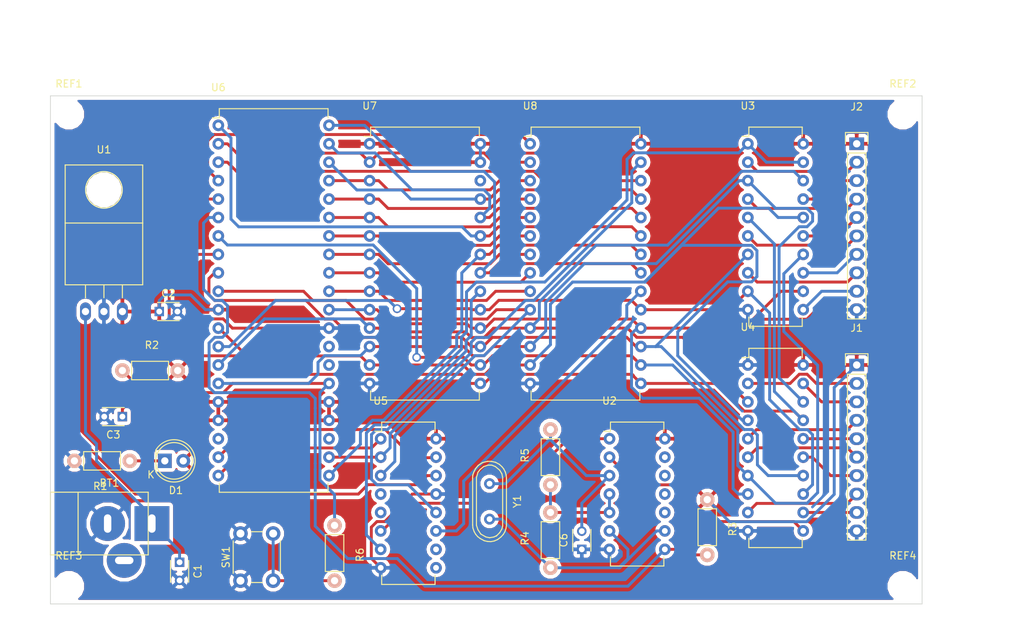
<source format=kicad_pcb>
(kicad_pcb (version 4) (host pcbnew 4.0.2-stable)
  (title_block (title Proto1) (date 2016-12-18) (rev a) (company Easy80))
  (layers (0 F.Cu power) (31 B.Cu power) (34 B.Paste user) (35 F.Paste user) (36 B.SilkS user) (37 F.SilkS user) (38 B.Mask user) (39 F.Mask user) (44 Edge.Cuts user))
  (net 0 "")
  (net 1 "Net-(BT1-Pad1)")
  (net 2 GND)
  (net 3 ramcs)
  (net 4 clock)
  (net 5 outcs)
  (net 6 mreq)
  (net 7 /A15)
  (net 8 romcs)
  (net 9 incs)
  (net 10 wr)
  (net 11 /A0)
  (net 12 ioreq)
  (net 13 /A11)
  (net 14 /A12)
  (net 15 /A13)
  (net 16 /A14)
  (net 17 /D4)
  (net 18 /D3)
  (net 19 /D5)
  (net 20 /D6)
  (net 21 /D2)
  (net 22 /D7)
  (net 23 /D0)
  (net 24 /D1)
  (net 25 rd)
  (net 26 /A1)
  (net 27 /A2)
  (net 28 /A3)
  (net 29 /A4)
  (net 30 /A5)
  (net 31 /A6)
  (net 32 /A7)
  (net 33 /A8)
  (net 34 /A9)
  (net 35 /A10)
  (net 36 "Net-(C6-Pad2)")
  (net 37 "Net-(R4-Pad1)")
  (net 38 "Net-(R4-Pad2)")
  (net 39 "Net-(U2-Pad2)")
  (net 40 in0)
  (net 41 in1)
  (net 42 in2)
  (net 43 in3)
  (net 44 in4)
  (net 45 in5)
  (net 46 in6)
  (net 47 in7)
  (net 48 o0)
  (net 49 o1)
  (net 50 o2)
  (net 51 o3)
  (net 52 o4)
  (net 53 o5)
  (net 54 o6)
  (net 55 o7)
  (net 56 "Net-(C3-Pad1)")
  (net 57 "Net-(D1-Pad1)")
  (net 58 "Net-(R6-Pad2)")
  (net 59 VCC)
  (module Housings_DIP:DIP-14_W7.62mm (layer F.Cu) (at 173.962 111.244)
    (fp_text reference U2 (at 0 -5.22) (layer F.SilkS))
    (fp_text value 74LS04)
    (pad 1 thru_hole oval (at 0 0) (size 1.6 1.6) (drill 0.8) (layers *.Cu *.Mask) (net 5 outcs))
    (pad 2 thru_hole oval (at 0 2.54) (size 1.6 1.6) (drill 0.8) (layers *.Cu *.Mask) (net 39 "Net-(U2-Pad2)"))
    (pad 3 thru_hole oval (at 0 5.08) (size 1.6 1.6) (drill 0.8) (layers *.Cu *.Mask) (net 36 "Net-(C6-Pad2)"))
    (pad 4 thru_hole oval (at 0 7.62) (size 1.6 1.6) (drill 0.8) (layers *.Cu *.Mask) (net 38 "Net-(R4-Pad2)"))
    (pad 5 thru_hole oval (at 0 10.16) (size 1.6 1.6) (drill 0.8) (layers *.Cu *.Mask) (net 38 "Net-(R4-Pad2)"))
    (pad 6 thru_hole oval (at 0 12.7) (size 1.6 1.6) (drill 0.8) (layers *.Cu *.Mask) (net 37 "Net-(R4-Pad1)"))
    (pad 7 thru_hole oval (at 0 15.24) (size 1.6 1.6) (drill 0.8) (layers *.Cu *.Mask) (net 2 GND))
    (pad 8 thru_hole oval (at 7.62 15.24) (size 1.6 1.6) (drill 0.8) (layers *.Cu *.Mask) (net 4 clock))
    (pad 9 thru_hole oval (at 7.62 12.7) (size 1.6 1.6) (drill 0.8) (layers *.Cu *.Mask) (net 37 "Net-(R4-Pad1)"))
    (pad 10 thru_hole oval (at 7.62 10.16) (size 1.6 1.6) (drill 0.8) (layers *.Cu *.Mask))
    (pad 11 thru_hole oval (at 7.62 7.62) (size 1.6 1.6) (drill 0.8) (layers *.Cu *.Mask))
    (pad 12 thru_hole oval (at 7.62 5.08) (size 1.6 1.6) (drill 0.8) (layers *.Cu *.Mask))
    (pad 13 thru_hole oval (at 7.62 2.54) (size 1.6 1.6) (drill 0.8) (layers *.Cu *.Mask))
    (pad 14 thru_hole oval (at 7.62 0) (size 1.6 1.6) (drill 0.8) (layers *.Cu *.Mask) (net 59 VCC))
  )
  (module Resistors_ThroughHole:Resistor_Horizontal_RM7mm (layer F.Cu) (at 165.834 117.594 90)
    (fp_text reference R5 (at 4.05892 -3.50012 90) (layer F.SilkS))
    (fp_text value 1200)
    (pad 1 thru_hole circle (at 0 0 90) (size 1.99898 1.99898) (drill 1.00076) (layers *.Cu *.SilkS *.Mask) (net 38 "Net-(R4-Pad2)"))
    (pad 2 thru_hole circle (at 7.62 0 90) (size 1.99898 1.99898) (drill 1.00076) (layers *.Cu *.SilkS *.Mask) (net 36 "Net-(C6-Pad2)"))
  )
  (module Housings_DIP:DIP-40_W15.24mm (layer F.Cu) (at 120.114 68.064)
    (fp_text reference U6 (at 0 -5.22) (layer F.SilkS))
    (fp_text value Z80CPU)
    (pad 1 thru_hole oval (at 0 0) (size 1.6 1.6) (drill 0.8) (layers *.Cu *.Mask) (net 13 /A11))
    (pad 2 thru_hole oval (at 0 2.54) (size 1.6 1.6) (drill 0.8) (layers *.Cu *.Mask) (net 14 /A12))
    (pad 3 thru_hole oval (at 0 5.08) (size 1.6 1.6) (drill 0.8) (layers *.Cu *.Mask) (net 15 /A13))
    (pad 4 thru_hole oval (at 0 7.62) (size 1.6 1.6) (drill 0.8) (layers *.Cu *.Mask) (net 16 /A14))
    (pad 5 thru_hole oval (at 0 10.16) (size 1.6 1.6) (drill 0.8) (layers *.Cu *.Mask) (net 7 /A15))
    (pad 6 thru_hole oval (at 0 12.7) (size 1.6 1.6) (drill 0.8) (layers *.Cu *.Mask) (net 4 clock))
    (pad 7 thru_hole oval (at 0 15.24) (size 1.6 1.6) (drill 0.8) (layers *.Cu *.Mask) (net 17 /D4))
    (pad 8 thru_hole oval (at 0 17.78) (size 1.6 1.6) (drill 0.8) (layers *.Cu *.Mask) (net 18 /D3))
    (pad 9 thru_hole oval (at 0 20.32) (size 1.6 1.6) (drill 0.8) (layers *.Cu *.Mask) (net 19 /D5))
    (pad 10 thru_hole oval (at 0 22.86) (size 1.6 1.6) (drill 0.8) (layers *.Cu *.Mask) (net 20 /D6))
    (pad 11 thru_hole oval (at 0 25.4) (size 1.6 1.6) (drill 0.8) (layers *.Cu *.Mask) (net 59 VCC))
    (pad 12 thru_hole oval (at 0 27.94) (size 1.6 1.6) (drill 0.8) (layers *.Cu *.Mask) (net 21 /D2))
    (pad 13 thru_hole oval (at 0 30.48) (size 1.6 1.6) (drill 0.8) (layers *.Cu *.Mask) (net 22 /D7))
    (pad 14 thru_hole oval (at 0 33.02) (size 1.6 1.6) (drill 0.8) (layers *.Cu *.Mask) (net 23 /D0))
    (pad 15 thru_hole oval (at 0 35.56) (size 1.6 1.6) (drill 0.8) (layers *.Cu *.Mask) (net 24 /D1))
    (pad 16 thru_hole oval (at 0 38.1) (size 1.6 1.6) (drill 0.8) (layers *.Cu *.Mask) (net 59 VCC))
    (pad 17 thru_hole oval (at 0 40.64) (size 1.6 1.6) (drill 0.8) (layers *.Cu *.Mask) (net 59 VCC))
    (pad 18 thru_hole oval (at 0 43.18) (size 1.6 1.6) (drill 0.8) (layers *.Cu *.Mask))
    (pad 19 thru_hole oval (at 0 45.72) (size 1.6 1.6) (drill 0.8) (layers *.Cu *.Mask) (net 6 mreq))
    (pad 20 thru_hole oval (at 0 48.26) (size 1.6 1.6) (drill 0.8) (layers *.Cu *.Mask) (net 12 ioreq))
    (pad 21 thru_hole oval (at 15.24 48.26) (size 1.6 1.6) (drill 0.8) (layers *.Cu *.Mask) (net 25 rd))
    (pad 22 thru_hole oval (at 15.24 45.72) (size 1.6 1.6) (drill 0.8) (layers *.Cu *.Mask) (net 10 wr))
    (pad 23 thru_hole oval (at 15.24 43.18) (size 1.6 1.6) (drill 0.8) (layers *.Cu *.Mask))
    (pad 24 thru_hole oval (at 15.24 40.64) (size 1.6 1.6) (drill 0.8) (layers *.Cu *.Mask) (net 59 VCC))
    (pad 25 thru_hole oval (at 15.24 38.1) (size 1.6 1.6) (drill 0.8) (layers *.Cu *.Mask) (net 59 VCC))
    (pad 26 thru_hole oval (at 15.24 35.56) (size 1.6 1.6) (drill 0.8) (layers *.Cu *.Mask) (net 56 "Net-(C3-Pad1)"))
    (pad 27 thru_hole oval (at 15.24 33.02) (size 1.6 1.6) (drill 0.8) (layers *.Cu *.Mask))
    (pad 28 thru_hole oval (at 15.24 30.48) (size 1.6 1.6) (drill 0.8) (layers *.Cu *.Mask))
    (pad 29 thru_hole oval (at 15.24 27.94) (size 1.6 1.6) (drill 0.8) (layers *.Cu *.Mask) (net 2 GND))
    (pad 30 thru_hole oval (at 15.24 25.4) (size 1.6 1.6) (drill 0.8) (layers *.Cu *.Mask) (net 11 /A0))
    (pad 31 thru_hole oval (at 15.24 22.86) (size 1.6 1.6) (drill 0.8) (layers *.Cu *.Mask) (net 26 /A1))
    (pad 32 thru_hole oval (at 15.24 20.32) (size 1.6 1.6) (drill 0.8) (layers *.Cu *.Mask) (net 27 /A2))
    (pad 33 thru_hole oval (at 15.24 17.78) (size 1.6 1.6) (drill 0.8) (layers *.Cu *.Mask) (net 28 /A3))
    (pad 34 thru_hole oval (at 15.24 15.24) (size 1.6 1.6) (drill 0.8) (layers *.Cu *.Mask) (net 29 /A4))
    (pad 35 thru_hole oval (at 15.24 12.7) (size 1.6 1.6) (drill 0.8) (layers *.Cu *.Mask) (net 30 /A5))
    (pad 36 thru_hole oval (at 15.24 10.16) (size 1.6 1.6) (drill 0.8) (layers *.Cu *.Mask) (net 31 /A6))
    (pad 37 thru_hole oval (at 15.24 7.62) (size 1.6 1.6) (drill 0.8) (layers *.Cu *.Mask) (net 32 /A7))
    (pad 38 thru_hole oval (at 15.24 5.08) (size 1.6 1.6) (drill 0.8) (layers *.Cu *.Mask) (net 33 /A8))
    (pad 39 thru_hole oval (at 15.24 2.54) (size 1.6 1.6) (drill 0.8) (layers *.Cu *.Mask) (net 34 /A9))
    (pad 40 thru_hole oval (at 15.24 0) (size 1.6 1.6) (drill 0.8) (layers *.Cu *.Mask) (net 35 /A10))
  )
  (module Pin_Headers:Pin_Header_Straight_1x10 (layer F.Cu) (at 207.998 101.084)
    (fp_text reference J1 (at 0 -5.1) (layer F.SilkS))
    (fp_text value CONN_01X10)
    (pad 1 thru_hole rect (at 0 0) (size 2.032 1.7272) (drill 1.016) (layers *.Cu *.Mask) (net 59 VCC))
    (pad 2 thru_hole oval (at 0 2.54) (size 2.032 1.7272) (drill 1.016) (layers *.Cu *.Mask) (net 48 o0))
    (pad 3 thru_hole oval (at 0 5.08) (size 2.032 1.7272) (drill 1.016) (layers *.Cu *.Mask) (net 49 o1))
    (pad 4 thru_hole oval (at 0 7.62) (size 2.032 1.7272) (drill 1.016) (layers *.Cu *.Mask) (net 50 o2))
    (pad 5 thru_hole oval (at 0 10.16) (size 2.032 1.7272) (drill 1.016) (layers *.Cu *.Mask) (net 51 o3))
    (pad 6 thru_hole oval (at 0 12.7) (size 2.032 1.7272) (drill 1.016) (layers *.Cu *.Mask) (net 52 o4))
    (pad 7 thru_hole oval (at 0 15.24) (size 2.032 1.7272) (drill 1.016) (layers *.Cu *.Mask) (net 53 o5))
    (pad 8 thru_hole oval (at 0 17.78) (size 2.032 1.7272) (drill 1.016) (layers *.Cu *.Mask) (net 54 o6))
    (pad 9 thru_hole oval (at 0 20.32) (size 2.032 1.7272) (drill 1.016) (layers *.Cu *.Mask) (net 55 o7))
    (pad 10 thru_hole oval (at 0 22.86) (size 2.032 1.7272) (drill 1.016) (layers *.Cu *.Mask) (net 2 GND))
  )
  (module TO_SOT_Packages_THT:TO-220_Neutral123_Horizontal (layer F.Cu) (at 104.366 93.718)
    (fp_text reference U1 (at 0 -22.3012) (layer F.SilkS))
    (fp_text value LM7805CT)
    (pad 2 thru_hole oval (at 0 0 90) (size 2.49936 1.50114) (drill 1.00076) (layers *.Cu *.Mask) (net 2 GND))
    (pad 1 thru_hole oval (at -2.54 0 90) (size 2.49936 1.50114) (drill 1.00076) (layers *.Cu *.Mask) (net 1 "Net-(BT1-Pad1)"))
    (pad 3 thru_hole oval (at 2.54 0 90) (size 2.49936 1.50114) (drill 1.00076) (layers *.Cu *.Mask) (net 59 VCC))
    (pad "" np_thru_hole circle (at 0 -16.764 90) (size 3.79984 3.79984) (drill 3.79984) (layers *.Cu *.Mask))
  )
  (module Buttons_Switches_ThroughHole:SW_PUSH_6mm (layer F.Cu) (at 123.162 130.802 90)
    (fp_text reference SW1 (at 3.25 -2 90) (layer F.SilkS))
    (fp_text value SW_PUSH)
    (pad 2 thru_hole circle (at 0 4.5 180) (size 2 2) (drill 1.1) (layers *.Cu *.Mask) (net 58 "Net-(R6-Pad2)"))
    (pad 1 thru_hole circle (at 0 0 180) (size 2 2) (drill 1.1) (layers *.Cu *.Mask) (net 2 GND))
    (pad 2 thru_hole circle (at 6.5 4.5 180) (size 2 2) (drill 1.1) (layers *.Cu *.Mask) (net 58 "Net-(R6-Pad2)"))
    (pad 1 thru_hole circle (at 6.5 0 180) (size 2 2) (drill 1.1) (layers *.Cu *.Mask) (net 2 GND))
  )
  (module Housings_DIP:DIP-16_W7.62mm (layer F.Cu) (at 142.466 111.244)
    (fp_text reference U5 (at 0 -5.22) (layer F.SilkS))
    (fp_text value 74LS139)
    (pad 1 thru_hole oval (at 0 0) (size 1.6 1.6) (drill 0.8) (layers *.Cu *.Mask) (net 12 ioreq))
    (pad 2 thru_hole oval (at 0 2.54) (size 1.6 1.6) (drill 0.8) (layers *.Cu *.Mask) (net 10 wr))
    (pad 3 thru_hole oval (at 0 5.08) (size 1.6 1.6) (drill 0.8) (layers *.Cu *.Mask) (net 11 /A0))
    (pad 4 thru_hole oval (at 0 7.62) (size 1.6 1.6) (drill 0.8) (layers *.Cu *.Mask))
    (pad 5 thru_hole oval (at 0 10.16) (size 1.6 1.6) (drill 0.8) (layers *.Cu *.Mask))
    (pad 6 thru_hole oval (at 0 12.7) (size 1.6 1.6) (drill 0.8) (layers *.Cu *.Mask) (net 5 outcs))
    (pad 7 thru_hole oval (at 0 15.24) (size 1.6 1.6) (drill 0.8) (layers *.Cu *.Mask) (net 9 incs))
    (pad 8 thru_hole oval (at 0 17.78) (size 1.6 1.6) (drill 0.8) (layers *.Cu *.Mask) (net 2 GND))
    (pad 9 thru_hole oval (at 7.62 17.78) (size 1.6 1.6) (drill 0.8) (layers *.Cu *.Mask))
    (pad 10 thru_hole oval (at 7.62 15.24) (size 1.6 1.6) (drill 0.8) (layers *.Cu *.Mask))
    (pad 11 thru_hole oval (at 7.62 12.7) (size 1.6 1.6) (drill 0.8) (layers *.Cu *.Mask) (net 3 ramcs))
    (pad 12 thru_hole oval (at 7.62 10.16) (size 1.6 1.6) (drill 0.8) (layers *.Cu *.Mask) (net 8 romcs))
    (pad 13 thru_hole oval (at 7.62 7.62) (size 1.6 1.6) (drill 0.8) (layers *.Cu *.Mask) (net 2 GND))
    (pad 14 thru_hole oval (at 7.62 5.08) (size 1.6 1.6) (drill 0.8) (layers *.Cu *.Mask) (net 7 /A15))
    (pad 15 thru_hole oval (at 7.62 2.54) (size 1.6 1.6) (drill 0.8) (layers *.Cu *.Mask) (net 6 mreq))
    (pad 16 thru_hole oval (at 7.62 0) (size 1.6 1.6) (drill 0.8) (layers *.Cu *.Mask) (net 59 VCC))
  )
  (module Capacitors_ThroughHole:C_Disc_D3_P2.5 (layer F.Cu) (at 114.78 128.262 270)
    (fp_text reference C1 (at 1.25 -2.5 270) (layer F.SilkS))
    (fp_text value 100uF)
    (pad 1 thru_hole rect (at 0 0 270) (size 1.3 1.3) (drill 0.8) (layers *.Cu *.Mask) (net 1 "Net-(BT1-Pad1)"))
    (pad 2 thru_hole circle (at 2.5 0 270) (size 1.3 1.3) (drill 0.8001) (layers *.Cu *.Mask) (net 2 GND))
  )
  (module Capacitors_ThroughHole:C_Disc_D3_P2.5 (layer F.Cu) (at 111.986 93.718)
    (fp_text reference C2 (at 1.25 -2.5) (layer F.SilkS))
    (fp_text value 10uF)
    (pad 1 thru_hole rect (at 0 0) (size 1.3 1.3) (drill 0.8) (layers *.Cu *.Mask) (net 59 VCC))
    (pad 2 thru_hole circle (at 2.5 0) (size 1.3 1.3) (drill 0.8001) (layers *.Cu *.Mask) (net 2 GND))
  )
  (module Capacitors_ThroughHole:C_Disc_D3_P2.5 (layer F.Cu) (at 170.152 126.484 90)
    (fp_text reference C6 (at 1.25 -2.5 90) (layer F.SilkS))
    (fp_text value 100pF)
    (pad 1 thru_hole rect (at 0 0 90) (size 1.3 1.3) (drill 0.8) (layers *.Cu *.Mask) (net 2 GND))
    (pad 2 thru_hole circle (at 2.5 0 90) (size 1.3 1.3) (drill 0.8001) (layers *.Cu *.Mask) (net 36 "Net-(C6-Pad2)"))
  )
  (module Pin_Headers:Pin_Header_Straight_1x10 (layer F.Cu) (at 207.998 70.604)
    (fp_text reference J2 (at 0 -5.1) (layer F.SilkS))
    (fp_text value CONN_01X10)
    (pad 1 thru_hole rect (at 0 0) (size 2.032 1.7272) (drill 1.016) (layers *.Cu *.Mask) (net 59 VCC))
    (pad 2 thru_hole oval (at 0 2.54) (size 2.032 1.7272) (drill 1.016) (layers *.Cu *.Mask) (net 40 in0))
    (pad 3 thru_hole oval (at 0 5.08) (size 2.032 1.7272) (drill 1.016) (layers *.Cu *.Mask) (net 41 in1))
    (pad 4 thru_hole oval (at 0 7.62) (size 2.032 1.7272) (drill 1.016) (layers *.Cu *.Mask) (net 42 in2))
    (pad 5 thru_hole oval (at 0 10.16) (size 2.032 1.7272) (drill 1.016) (layers *.Cu *.Mask) (net 43 in3))
    (pad 6 thru_hole oval (at 0 12.7) (size 2.032 1.7272) (drill 1.016) (layers *.Cu *.Mask) (net 44 in4))
    (pad 7 thru_hole oval (at 0 15.24) (size 2.032 1.7272) (drill 1.016) (layers *.Cu *.Mask) (net 45 in5))
    (pad 8 thru_hole oval (at 0 17.78) (size 2.032 1.7272) (drill 1.016) (layers *.Cu *.Mask) (net 46 in6))
    (pad 9 thru_hole oval (at 0 20.32) (size 2.032 1.7272) (drill 1.016) (layers *.Cu *.Mask) (net 47 in7))
    (pad 10 thru_hole oval (at 0 22.86) (size 2.032 1.7272) (drill 1.016) (layers *.Cu *.Mask) (net 2 GND))
  )
  (module Resistors_ThroughHole:Resistor_Horizontal_RM7mm (layer F.Cu) (at 107.922 114.292 180)
    (fp_text reference R1 (at 4.05892 -3.50012 180) (layer F.SilkS))
    (fp_text value 330)
    (pad 1 thru_hole circle (at 0 0 180) (size 1.99898 1.99898) (drill 1.00076) (layers *.Cu *.SilkS *.Mask) (net 57 "Net-(D1-Pad1)"))
    (pad 2 thru_hole circle (at 7.62 0 180) (size 1.99898 1.99898) (drill 1.00076) (layers *.Cu *.SilkS *.Mask) (net 2 GND))
  )
  (module Resistors_ThroughHole:Resistor_Horizontal_RM7mm (layer F.Cu) (at 187.424 119.626 270)
    (fp_text reference R3 (at 4.05892 -3.50012 270) (layer F.SilkS))
    (fp_text value 330)
    (pad 1 thru_hole circle (at 0 0 270) (size 1.99898 1.99898) (drill 1.00076) (layers *.Cu *.SilkS *.Mask) (net 59 VCC))
    (pad 2 thru_hole circle (at 7.62 0 270) (size 1.99898 1.99898) (drill 1.00076) (layers *.Cu *.SilkS *.Mask) (net 4 clock))
  )
  (module Resistors_ThroughHole:Resistor_Horizontal_RM7mm (layer F.Cu) (at 165.834 129.024 90)
    (fp_text reference R4 (at 4.05892 -3.50012 90) (layer F.SilkS))
    (fp_text value 1200)
    (pad 1 thru_hole circle (at 0 0 90) (size 1.99898 1.99898) (drill 1.00076) (layers *.Cu *.SilkS *.Mask) (net 37 "Net-(R4-Pad1)"))
    (pad 2 thru_hole circle (at 7.62 0 90) (size 1.99898 1.99898) (drill 1.00076) (layers *.Cu *.SilkS *.Mask) (net 38 "Net-(R4-Pad2)"))
  )
  (module Resistors_ThroughHole:Resistor_Horizontal_RM7mm (layer F.Cu) (at 136.116 123.182 270)
    (fp_text reference R6 (at 4.05892 -3.50012 270) (layer F.SilkS))
    (fp_text value 10K)
    (pad 1 thru_hole circle (at 0 0 270) (size 1.99898 1.99898) (drill 1.00076) (layers *.Cu *.SilkS *.Mask) (net 56 "Net-(C3-Pad1)"))
    (pad 2 thru_hole circle (at 7.62 0 270) (size 1.99898 1.99898) (drill 1.00076) (layers *.Cu *.SilkS *.Mask) (net 58 "Net-(R6-Pad2)"))
  )
  (module Housings_DIP:DIP-20_W7.62mm (layer F.Cu) (at 193.012 70.604)
    (fp_text reference U3 (at 0 -5.22) (layer F.SilkS))
    (fp_text value 74LS244)
    (pad 1 thru_hole oval (at 0 0) (size 1.6 1.6) (drill 0.8) (layers *.Cu *.Mask) (net 9 incs))
    (pad 2 thru_hole oval (at 0 2.54) (size 1.6 1.6) (drill 0.8) (layers *.Cu *.Mask) (net 40 in0))
    (pad 3 thru_hole oval (at 0 5.08) (size 1.6 1.6) (drill 0.8) (layers *.Cu *.Mask) (net 24 /D1))
    (pad 4 thru_hole oval (at 0 7.62) (size 1.6 1.6) (drill 0.8) (layers *.Cu *.Mask) (net 42 in2))
    (pad 5 thru_hole oval (at 0 10.16) (size 1.6 1.6) (drill 0.8) (layers *.Cu *.Mask) (net 18 /D3))
    (pad 6 thru_hole oval (at 0 12.7) (size 1.6 1.6) (drill 0.8) (layers *.Cu *.Mask) (net 44 in4))
    (pad 7 thru_hole oval (at 0 15.24) (size 1.6 1.6) (drill 0.8) (layers *.Cu *.Mask) (net 19 /D5))
    (pad 8 thru_hole oval (at 0 17.78) (size 1.6 1.6) (drill 0.8) (layers *.Cu *.Mask) (net 46 in6))
    (pad 9 thru_hole oval (at 0 20.32) (size 1.6 1.6) (drill 0.8) (layers *.Cu *.Mask) (net 22 /D7))
    (pad 10 thru_hole oval (at 0 22.86) (size 1.6 1.6) (drill 0.8) (layers *.Cu *.Mask) (net 2 GND))
    (pad 11 thru_hole oval (at 7.62 22.86) (size 1.6 1.6) (drill 0.8) (layers *.Cu *.Mask) (net 47 in7))
    (pad 12 thru_hole oval (at 7.62 20.32) (size 1.6 1.6) (drill 0.8) (layers *.Cu *.Mask) (net 20 /D6))
    (pad 13 thru_hole oval (at 7.62 17.78) (size 1.6 1.6) (drill 0.8) (layers *.Cu *.Mask) (net 45 in5))
    (pad 14 thru_hole oval (at 7.62 15.24) (size 1.6 1.6) (drill 0.8) (layers *.Cu *.Mask) (net 17 /D4))
    (pad 15 thru_hole oval (at 7.62 12.7) (size 1.6 1.6) (drill 0.8) (layers *.Cu *.Mask) (net 43 in3))
    (pad 16 thru_hole oval (at 7.62 10.16) (size 1.6 1.6) (drill 0.8) (layers *.Cu *.Mask) (net 21 /D2))
    (pad 17 thru_hole oval (at 7.62 7.62) (size 1.6 1.6) (drill 0.8) (layers *.Cu *.Mask) (net 41 in1))
    (pad 18 thru_hole oval (at 7.62 5.08) (size 1.6 1.6) (drill 0.8) (layers *.Cu *.Mask) (net 23 /D0))
    (pad 19 thru_hole oval (at 7.62 2.54) (size 1.6 1.6) (drill 0.8) (layers *.Cu *.Mask) (net 9 incs))
    (pad 20 thru_hole oval (at 7.62 0) (size 1.6 1.6) (drill 0.8) (layers *.Cu *.Mask) (net 59 VCC))
  )
  (module Housings_DIP:DIP-20_W7.62mm (layer F.Cu) (at 193.012 101.084)
    (fp_text reference U4 (at 0 -5.22) (layer F.SilkS))
    (fp_text value 74LS374)
    (pad 1 thru_hole oval (at 0 0) (size 1.6 1.6) (drill 0.8) (layers *.Cu *.Mask) (net 2 GND))
    (pad 2 thru_hole oval (at 0 2.54) (size 1.6 1.6) (drill 0.8) (layers *.Cu *.Mask) (net 48 o0))
    (pad 3 thru_hole oval (at 0 5.08) (size 1.6 1.6) (drill 0.8) (layers *.Cu *.Mask) (net 23 /D0))
    (pad 4 thru_hole oval (at 0 7.62) (size 1.6 1.6) (drill 0.8) (layers *.Cu *.Mask) (net 21 /D2))
    (pad 5 thru_hole oval (at 0 10.16) (size 1.6 1.6) (drill 0.8) (layers *.Cu *.Mask) (net 50 o2))
    (pad 6 thru_hole oval (at 0 12.7) (size 1.6 1.6) (drill 0.8) (layers *.Cu *.Mask) (net 52 o4))
    (pad 7 thru_hole oval (at 0 15.24) (size 1.6 1.6) (drill 0.8) (layers *.Cu *.Mask) (net 17 /D4))
    (pad 8 thru_hole oval (at 0 17.78) (size 1.6 1.6) (drill 0.8) (layers *.Cu *.Mask) (net 20 /D6))
    (pad 9 thru_hole oval (at 0 20.32) (size 1.6 1.6) (drill 0.8) (layers *.Cu *.Mask) (net 54 o6))
    (pad 10 thru_hole oval (at 0 22.86) (size 1.6 1.6) (drill 0.8) (layers *.Cu *.Mask) (net 2 GND))
    (pad 11 thru_hole oval (at 7.62 22.86) (size 1.6 1.6) (drill 0.8) (layers *.Cu *.Mask) (net 39 "Net-(U2-Pad2)"))
    (pad 12 thru_hole oval (at 7.62 20.32) (size 1.6 1.6) (drill 0.8) (layers *.Cu *.Mask) (net 55 o7))
    (pad 13 thru_hole oval (at 7.62 17.78) (size 1.6 1.6) (drill 0.8) (layers *.Cu *.Mask) (net 22 /D7))
    (pad 14 thru_hole oval (at 7.62 15.24) (size 1.6 1.6) (drill 0.8) (layers *.Cu *.Mask) (net 19 /D5))
    (pad 15 thru_hole oval (at 7.62 12.7) (size 1.6 1.6) (drill 0.8) (layers *.Cu *.Mask) (net 53 o5))
    (pad 16 thru_hole oval (at 7.62 10.16) (size 1.6 1.6) (drill 0.8) (layers *.Cu *.Mask) (net 51 o3))
    (pad 17 thru_hole oval (at 7.62 7.62) (size 1.6 1.6) (drill 0.8) (layers *.Cu *.Mask) (net 18 /D3))
    (pad 18 thru_hole oval (at 7.62 5.08) (size 1.6 1.6) (drill 0.8) (layers *.Cu *.Mask) (net 24 /D1))
    (pad 19 thru_hole oval (at 7.62 2.54) (size 1.6 1.6) (drill 0.8) (layers *.Cu *.Mask) (net 49 o1))
    (pad 20 thru_hole oval (at 7.62 0) (size 1.6 1.6) (drill 0.8) (layers *.Cu *.Mask) (net 59 VCC))
  )
  (module Housings_DIP:DIP-28_W15.24mm (layer F.Cu) (at 140.942 70.604)
    (fp_text reference U7 (at 0 -5.22) (layer F.SilkS))
    (fp_text value 27C64)
    (pad 1 thru_hole oval (at 0 0) (size 1.6 1.6) (drill 0.8) (layers *.Cu *.Mask) (net 59 VCC))
    (pad 2 thru_hole oval (at 0 2.54) (size 1.6 1.6) (drill 0.8) (layers *.Cu *.Mask) (net 14 /A12))
    (pad 3 thru_hole oval (at 0 5.08) (size 1.6 1.6) (drill 0.8) (layers *.Cu *.Mask) (net 32 /A7))
    (pad 4 thru_hole oval (at 0 7.62) (size 1.6 1.6) (drill 0.8) (layers *.Cu *.Mask) (net 31 /A6))
    (pad 5 thru_hole oval (at 0 10.16) (size 1.6 1.6) (drill 0.8) (layers *.Cu *.Mask) (net 30 /A5))
    (pad 6 thru_hole oval (at 0 12.7) (size 1.6 1.6) (drill 0.8) (layers *.Cu *.Mask) (net 29 /A4))
    (pad 7 thru_hole oval (at 0 15.24) (size 1.6 1.6) (drill 0.8) (layers *.Cu *.Mask) (net 28 /A3))
    (pad 8 thru_hole oval (at 0 17.78) (size 1.6 1.6) (drill 0.8) (layers *.Cu *.Mask) (net 27 /A2))
    (pad 9 thru_hole oval (at 0 20.32) (size 1.6 1.6) (drill 0.8) (layers *.Cu *.Mask) (net 26 /A1))
    (pad 10 thru_hole oval (at 0 22.86) (size 1.6 1.6) (drill 0.8) (layers *.Cu *.Mask) (net 11 /A0))
    (pad 11 thru_hole oval (at 0 25.4) (size 1.6 1.6) (drill 0.8) (layers *.Cu *.Mask) (net 23 /D0))
    (pad 12 thru_hole oval (at 0 27.94) (size 1.6 1.6) (drill 0.8) (layers *.Cu *.Mask) (net 24 /D1))
    (pad 13 thru_hole oval (at 0 30.48) (size 1.6 1.6) (drill 0.8) (layers *.Cu *.Mask) (net 21 /D2))
    (pad 14 thru_hole oval (at 0 33.02) (size 1.6 1.6) (drill 0.8) (layers *.Cu *.Mask) (net 2 GND))
    (pad 15 thru_hole oval (at 15.24 33.02) (size 1.6 1.6) (drill 0.8) (layers *.Cu *.Mask) (net 18 /D3))
    (pad 16 thru_hole oval (at 15.24 30.48) (size 1.6 1.6) (drill 0.8) (layers *.Cu *.Mask) (net 17 /D4))
    (pad 17 thru_hole oval (at 15.24 27.94) (size 1.6 1.6) (drill 0.8) (layers *.Cu *.Mask) (net 19 /D5))
    (pad 18 thru_hole oval (at 15.24 25.4) (size 1.6 1.6) (drill 0.8) (layers *.Cu *.Mask) (net 20 /D6))
    (pad 19 thru_hole oval (at 15.24 22.86) (size 1.6 1.6) (drill 0.8) (layers *.Cu *.Mask) (net 22 /D7))
    (pad 20 thru_hole oval (at 15.24 20.32) (size 1.6 1.6) (drill 0.8) (layers *.Cu *.Mask) (net 8 romcs))
    (pad 21 thru_hole oval (at 15.24 17.78) (size 1.6 1.6) (drill 0.8) (layers *.Cu *.Mask) (net 35 /A10))
    (pad 22 thru_hole oval (at 15.24 15.24) (size 1.6 1.6) (drill 0.8) (layers *.Cu *.Mask) (net 25 rd))
    (pad 23 thru_hole oval (at 15.24 12.7) (size 1.6 1.6) (drill 0.8) (layers *.Cu *.Mask) (net 13 /A11))
    (pad 24 thru_hole oval (at 15.24 10.16) (size 1.6 1.6) (drill 0.8) (layers *.Cu *.Mask) (net 34 /A9))
    (pad 25 thru_hole oval (at 15.24 7.62) (size 1.6 1.6) (drill 0.8) (layers *.Cu *.Mask) (net 33 /A8))
    (pad 26 thru_hole oval (at 15.24 5.08) (size 1.6 1.6) (drill 0.8) (layers *.Cu *.Mask))
    (pad 27 thru_hole oval (at 15.24 2.54) (size 1.6 1.6) (drill 0.8) (layers *.Cu *.Mask) (net 59 VCC))
    (pad 28 thru_hole oval (at 15.24 0) (size 1.6 1.6) (drill 0.8) (layers *.Cu *.Mask) (net 59 VCC))
  )
  (module Crystals:Crystal_HC49-U_Vertical (layer F.Cu) (at 157.452 119.88 270)
    (fp_text reference Y1 (at 0 -3.81 270) (layer F.SilkS))
    (fp_text value "4 MHz")
    (pad 1 thru_hole circle (at -2.44094 0 270) (size 1.50114 1.50114) (drill 0.8001) (layers *.Cu *.Mask) (net 36 "Net-(C6-Pad2)"))
    (pad 2 thru_hole circle (at 2.44094 0 270) (size 1.50114 1.50114) (drill 0.8001) (layers *.Cu *.Mask) (net 37 "Net-(R4-Pad1)"))
  )
  (module Housings_DIP:DIP-28_W15.24mm (layer F.Cu) (at 163.04 70.604)
    (fp_text reference U8 (at 0 -5.22) (layer F.SilkS))
    (fp_text value HM62256BLFP-7T)
    (pad 1 thru_hole oval (at 0 0) (size 1.6 1.6) (drill 0.8) (layers *.Cu *.Mask) (net 16 /A14))
    (pad 2 thru_hole oval (at 0 2.54) (size 1.6 1.6) (drill 0.8) (layers *.Cu *.Mask) (net 14 /A12))
    (pad 3 thru_hole oval (at 0 5.08) (size 1.6 1.6) (drill 0.8) (layers *.Cu *.Mask) (net 32 /A7))
    (pad 4 thru_hole oval (at 0 7.62) (size 1.6 1.6) (drill 0.8) (layers *.Cu *.Mask) (net 31 /A6))
    (pad 5 thru_hole oval (at 0 10.16) (size 1.6 1.6) (drill 0.8) (layers *.Cu *.Mask) (net 30 /A5))
    (pad 6 thru_hole oval (at 0 12.7) (size 1.6 1.6) (drill 0.8) (layers *.Cu *.Mask) (net 29 /A4))
    (pad 7 thru_hole oval (at 0 15.24) (size 1.6 1.6) (drill 0.8) (layers *.Cu *.Mask) (net 28 /A3))
    (pad 8 thru_hole oval (at 0 17.78) (size 1.6 1.6) (drill 0.8) (layers *.Cu *.Mask) (net 27 /A2))
    (pad 9 thru_hole oval (at 0 20.32) (size 1.6 1.6) (drill 0.8) (layers *.Cu *.Mask) (net 26 /A1))
    (pad 10 thru_hole oval (at 0 22.86) (size 1.6 1.6) (drill 0.8) (layers *.Cu *.Mask) (net 11 /A0))
    (pad 11 thru_hole oval (at 0 25.4) (size 1.6 1.6) (drill 0.8) (layers *.Cu *.Mask) (net 23 /D0))
    (pad 12 thru_hole oval (at 0 27.94) (size 1.6 1.6) (drill 0.8) (layers *.Cu *.Mask) (net 24 /D1))
    (pad 13 thru_hole oval (at 0 30.48) (size 1.6 1.6) (drill 0.8) (layers *.Cu *.Mask) (net 21 /D2))
    (pad 14 thru_hole oval (at 0 33.02) (size 1.6 1.6) (drill 0.8) (layers *.Cu *.Mask) (net 2 GND))
    (pad 15 thru_hole oval (at 15.24 33.02) (size 1.6 1.6) (drill 0.8) (layers *.Cu *.Mask) (net 18 /D3))
    (pad 16 thru_hole oval (at 15.24 30.48) (size 1.6 1.6) (drill 0.8) (layers *.Cu *.Mask) (net 17 /D4))
    (pad 17 thru_hole oval (at 15.24 27.94) (size 1.6 1.6) (drill 0.8) (layers *.Cu *.Mask) (net 19 /D5))
    (pad 18 thru_hole oval (at 15.24 25.4) (size 1.6 1.6) (drill 0.8) (layers *.Cu *.Mask) (net 20 /D6))
    (pad 19 thru_hole oval (at 15.24 22.86) (size 1.6 1.6) (drill 0.8) (layers *.Cu *.Mask) (net 22 /D7))
    (pad 20 thru_hole oval (at 15.24 20.32) (size 1.6 1.6) (drill 0.8) (layers *.Cu *.Mask) (net 3 ramcs))
    (pad 21 thru_hole oval (at 15.24 17.78) (size 1.6 1.6) (drill 0.8) (layers *.Cu *.Mask) (net 35 /A10))
    (pad 22 thru_hole oval (at 15.24 15.24) (size 1.6 1.6) (drill 0.8) (layers *.Cu *.Mask) (net 25 rd))
    (pad 23 thru_hole oval (at 15.24 12.7) (size 1.6 1.6) (drill 0.8) (layers *.Cu *.Mask) (net 13 /A11))
    (pad 24 thru_hole oval (at 15.24 10.16) (size 1.6 1.6) (drill 0.8) (layers *.Cu *.Mask) (net 34 /A9))
    (pad 25 thru_hole oval (at 15.24 7.62) (size 1.6 1.6) (drill 0.8) (layers *.Cu *.Mask) (net 33 /A8))
    (pad 26 thru_hole oval (at 15.24 5.08) (size 1.6 1.6) (drill 0.8) (layers *.Cu *.Mask) (net 15 /A13))
    (pad 27 thru_hole oval (at 15.24 2.54) (size 1.6 1.6) (drill 0.8) (layers *.Cu *.Mask) (net 10 wr))
    (pad 28 thru_hole oval (at 15.24 0) (size 1.6 1.6) (drill 0.8) (layers *.Cu *.Mask) (net 59 VCC))
  )
  (module LEDs:LED-5MM (layer F.Cu) (at 112.748 114.292)
    (fp_text reference D1 (at 1.524 4.064) (layer F.SilkS))
    (fp_text value LED)
    (fp_text user K (at -1.905 1.905) (layer F.SilkS))
    (pad 1 thru_hole rect (at 0 0 90) (size 2 1.9) (drill 1.00076) (layers *.Cu *.Mask) (net 57 "Net-(D1-Pad1)"))
    (pad 2 thru_hole circle (at 2.54 0) (size 1.9 1.9) (drill 1.00076) (layers *.Cu *.Mask) (net 59 VCC))
  )
  (module Resistors_ThroughHole:Resistor_Horizontal_RM7mm (layer F.Cu) (at 106.906 101.846)
    (fp_text reference R2 (at 4.05892 -3.50012) (layer F.SilkS))
    (fp_text value 10K)
    (pad 1 thru_hole circle (at 0 0) (size 1.99898 1.99898) (drill 1.00076) (layers *.Cu *.SilkS *.Mask) (net 56 "Net-(C3-Pad1)"))
    (pad 2 thru_hole circle (at 7.62 0) (size 1.99898 1.99898) (drill 1.00076) (layers *.Cu *.SilkS *.Mask) (net 59 VCC))
  )
  (module Connect:JACK_ALIM (layer F.Cu) (at 104.874 122.928)
    (fp_text reference BT1 (at 0.254 -5.588) (layer F.SilkS))
    (fp_text value Battery)
    (pad 2 thru_hole circle (at 0 0) (size 4.8006 4.8006) (drill oval 1.016 2.54) (layers *.Cu *.Mask) (net 2 GND))
    (pad 1 thru_hole rect (at 6.096 0) (size 4.8006 4.8006) (drill oval 1.016 2.54) (layers *.Cu *.Mask) (net 1 "Net-(BT1-Pad1)"))
    (pad 3 thru_hole circle (at 2.286 5.08) (size 4.8006 4.8006) (drill oval 2.54 1.016) (layers *.Cu *.Mask))
  )
  (module Capacitors_ThroughHole:C_Disc_D3_P2.5 (layer F.Cu) (at 106.906 108.196 180)
    (fp_text reference C3 (at 1.25 -2.5 180) (layer F.SilkS))
    (fp_text value 10uF)
    (pad 1 thru_hole rect (at 0 0 180) (size 1.3 1.3) (drill 0.8) (layers *.Cu *.Mask) (net 56 "Net-(C3-Pad1)"))
    (pad 2 thru_hole circle (at 2.5 0 180) (size 1.3 1.3) (drill 0.8001) (layers *.Cu *.Mask) (net 2 GND))
  )
  (module Mounting_Holes:MountingHole_3.2mm_M3 (layer F.Cu) (at 99.54 66.54)
    (fp_text reference REF1 (at 0 -4.2) (layer F.SilkS))
    (fp_text value MountingHole_3.2mm_M3)
    (pad 1 np_thru_hole circle (at 0 0) (size 3.2 3.2) (drill 3.2) (layers *.Cu *.Mask))
  )
  (module Mounting_Holes:MountingHole_3.2mm_M3 (layer F.Cu) (at 214.348 66.54)
    (fp_text reference REF2 (at 0 -4.2) (layer F.SilkS))
    (fp_text value MountingHole_3.2mm_M3)
    (pad 1 np_thru_hole circle (at 0 0) (size 3.2 3.2) (drill 3.2) (layers *.Cu *.Mask))
  )
  (module Mounting_Holes:MountingHole_3.2mm_M3 (layer F.Cu) (at 99.54 131.564)
    (fp_text reference REF3 (at 0 -4.2) (layer F.SilkS))
    (fp_text value MountingHole_3.2mm_M3)
    (pad 1 np_thru_hole circle (at 0 0) (size 3.2 3.2) (drill 3.2) (layers *.Cu *.Mask))
  )
  (module Mounting_Holes:MountingHole_3.2mm_M3 (layer F.Cu) (at 214.348 131.564)
    (fp_text reference REF4 (at 0 -4.2) (layer F.SilkS))
    (fp_text value MountingHole_3.2mm_M3)
    (pad 1 np_thru_hole circle (at 0 0) (size 3.2 3.2) (drill 3.2) (layers *.Cu *.Mask))
  )
  (gr_text "Easy80 Proto1 rev. a 12/2016 D. Blaszyk" (at 213.586 98.98 90) (layer F.Cu) (effects (font (size 1.75 1.75) (thickness 0.3125))))
  (gr_line (start 97 134) (end 97 64) (angle 90) (layer Edge.Cuts) (width 0.1))
  (gr_line (start 217 134) (end 97 134) (angle 90) (layer Edge.Cuts) (width 0.1))
  (gr_line (start 217 64) (end 217 134) (angle 90) (layer Edge.Cuts) (width 0.1))
  (gr_line (start 97 64) (end 217 64) (angle 90) (layer Edge.Cuts) (width 0.1))
  (segment (start 114.78 128.262) (end 114.78 126.686884) (width 0.4) (layer B.Cu) (net 1))
  (segment (start 114.78 126.686884) (end 111.021116 122.928) (width 0.4) (layer B.Cu) (net 1))
  (segment (start 111.021116 122.928) (end 110.97 122.928) (width 0.4) (layer B.Cu) (net 1))
  (segment (start 101.826 93.718) (end 101.826 110.41755) (width 0.4) (layer B.Cu) (net 1))
  (segment (start 103.35 114.32033) (end 110.97 121.94033) (width 0.4) (layer B.Cu) (net 1))
  (segment (start 101.826 110.41755) (end 103.35 111.94155) (width 0.4) (layer B.Cu) (net 1))
  (segment (start 103.35 111.94155) (end 103.35 114.32033) (width 0.4) (layer B.Cu) (net 1))
  (segment (start 110.97 121.94033) (end 110.97 122.928) (width 0.4) (layer B.Cu) (net 1))
  (segment (start 140.942 103.624) (end 142.07337 103.624) (width 0.4) (layer B.Cu) (net 2))
  (segment (start 142.07337 103.624) (end 142.974 102.72337) (width 0.4) (layer B.Cu) (net 2))
  (segment (start 142.974 102.72337) (end 142.974 98.036) (width 0.4) (layer B.Cu) (net 2))
  (segment (start 142.212 97.274) (end 138.91 97.274) (width 0.4) (layer B.Cu) (net 2))
  (segment (start 142.974 98.036) (end 142.212 97.274) (width 0.4) (layer B.Cu) (net 2))
  (segment (start 138.91 97.274) (end 137.64 96.004) (width 0.4) (layer B.Cu) (net 2))
  (segment (start 137.64 96.004) (end 135.354 96.004) (width 0.4) (layer B.Cu) (net 2))
  (segment (start 146.825811 118.864) (end 150.086 118.864) (width 0.4) (layer F.Cu) (net 2))
  (segment (start 141.949799 122.654001) (end 143.03581 122.654001) (width 0.4) (layer F.Cu) (net 2))
  (segment (start 141.1764 123.4274) (end 141.949799 122.654001) (width 0.4) (layer F.Cu) (net 2))
  (segment (start 141.1764 127.7344) (end 141.1764 123.4274) (width 0.4) (layer F.Cu) (net 2))
  (segment (start 143.03581 122.654001) (end 146.825811 118.864) (width 0.4) (layer F.Cu) (net 2))
  (segment (start 142.466 129.024) (end 141.1764 127.7344) (width 0.4) (layer F.Cu) (net 2))
  (segment (start 114.486 93.718) (end 115.502 94.734) (width 0.4) (layer F.Cu) (net 2))
  (segment (start 120.780536 94.734) (end 122.050536 96.004) (width 0.4) (layer F.Cu) (net 2))
  (segment (start 115.502 94.734) (end 120.780536 94.734) (width 0.4) (layer F.Cu) (net 2))
  (segment (start 122.050536 96.004) (end 135.354 96.004) (width 0.4) (layer F.Cu) (net 2))
  (segment (start 193.012 101.084) (end 193.012 96.512) (width 0.4) (layer F.Cu) (net 2))
  (segment (start 193.012 96.512) (end 194.7461 94.7779) (width 0.4) (layer F.Cu) (net 2))
  (segment (start 194.7461 94.7779) (end 201.14 94.7779) (width 0.4) (layer F.Cu) (net 2))
  (segment (start 201.14 94.7779) (end 202.4539 93.464) (width 0.4) (layer F.Cu) (net 2))
  (segment (start 202.4539 93.464) (end 207.998 93.464) (width 0.4) (layer F.Cu) (net 2))
  (segment (start 140.942 103.624) (end 141.45 103.624) (width 0.4) (layer B.Cu) (net 2))
  (segment (start 114.78 130.762) (end 114.78 130.802) (width 0.4) (layer B.Cu) (net 2))
  (segment (start 104.2923 123.5097) (end 104.874 122.928) (width 0.4) (layer B.Cu) (net 2))
  (segment (start 114.78 130.802) (end 114.7097 130.8723) (width 0.4) (layer B.Cu) (net 2))
  (segment (start 150.086 123.944) (end 152.88 123.944) (width 0.4) (layer B.Cu) (net 3))
  (segment (start 152.88 123.944) (end 153.891619 122.932381) (width 0.4) (layer B.Cu) (net 3))
  (segment (start 176.343812 92.860188) (end 178.28 90.924) (width 0.4) (layer B.Cu) (net 3))
  (segment (start 153.891619 122.932381) (end 153.891619 117.068324) (width 0.4) (layer B.Cu) (net 3))
  (segment (start 153.891619 117.068324) (end 176.343812 94.616131) (width 0.4) (layer B.Cu) (net 3))
  (segment (start 176.343812 94.616131) (end 176.343812 92.860188) (width 0.4) (layer B.Cu) (net 3))
  (segment (start 181.582 126.484) (end 176.502 131.564) (width 0.4) (layer B.Cu) (net 4))
  (segment (start 133.455029 123.284523) (end 133.455029 117.194285) (width 0.4) (layer B.Cu) (net 4))
  (segment (start 133.455029 117.194285) (end 133.453989 117.193245) (width 0.4) (layer B.Cu) (net 4))
  (segment (start 176.502 131.564) (end 148.562 131.564) (width 0.4) (layer B.Cu) (net 4))
  (segment (start 133.453988 107.834756) (end 133.455029 107.833715) (width 0.4) (layer B.Cu) (net 4))
  (segment (start 148.562 131.564) (end 144.752 127.754) (width 0.4) (layer B.Cu) (net 4))
  (segment (start 144.752 127.754) (end 137.924506 127.754) (width 0.4) (layer B.Cu) (net 4))
  (segment (start 133.453988 105.69605) (end 132.651838 104.8939) (width 0.4) (layer B.Cu) (net 4))
  (segment (start 118.8438 98.0458) (end 119.6156 97.274) (width 0.4) (layer B.Cu) (net 4))
  (segment (start 137.924506 127.754) (end 133.455029 123.284523) (width 0.4) (layer B.Cu) (net 4))
  (segment (start 118.082 90.6636) (end 118.082 81.526) (width 0.4) (layer B.Cu) (net 4))
  (segment (start 133.453989 117.193245) (end 133.453988 115.454756) (width 0.4) (layer B.Cu) (net 4))
  (segment (start 133.453989 112.113245) (end 133.453988 110.374756) (width 0.4) (layer B.Cu) (net 4))
  (segment (start 133.453988 115.454756) (end 133.455029 115.453715) (width 0.4) (layer B.Cu) (net 4))
  (segment (start 133.453989 107.033245) (end 133.453988 105.69605) (width 0.4) (layer B.Cu) (net 4))
  (segment (start 133.455029 115.453715) (end 133.455029 114.654285) (width 0.4) (layer B.Cu) (net 4))
  (segment (start 133.455029 114.654285) (end 133.453989 114.653245) (width 0.4) (layer B.Cu) (net 4))
  (segment (start 133.453989 114.653245) (end 133.453988 112.914756) (width 0.4) (layer B.Cu) (net 4))
  (segment (start 119.6123 92.1939) (end 118.082 90.6636) (width 0.4) (layer B.Cu) (net 4))
  (segment (start 133.455029 112.114285) (end 133.453989 112.113245) (width 0.4) (layer B.Cu) (net 4))
  (segment (start 133.453988 112.914756) (end 133.455029 112.913715) (width 0.4) (layer B.Cu) (net 4))
  (segment (start 118.844 80.764) (end 120.114 80.764) (width 0.4) (layer B.Cu) (net 4))
  (segment (start 133.455029 112.913715) (end 133.455029 112.114285) (width 0.4) (layer B.Cu) (net 4))
  (segment (start 133.455029 110.373715) (end 133.455029 109.574285) (width 0.4) (layer B.Cu) (net 4))
  (segment (start 119.6156 97.274) (end 120.6799 97.274) (width 0.4) (layer B.Cu) (net 4))
  (segment (start 133.453988 110.374756) (end 133.455029 110.373715) (width 0.4) (layer B.Cu) (net 4))
  (segment (start 133.455029 109.574285) (end 133.453989 109.573245) (width 0.4) (layer B.Cu) (net 4))
  (segment (start 133.453989 109.573245) (end 133.453988 107.834756) (width 0.4) (layer B.Cu) (net 4))
  (segment (start 133.455029 107.034285) (end 133.453989 107.033245) (width 0.4) (layer B.Cu) (net 4))
  (segment (start 133.455029 107.833715) (end 133.455029 107.034285) (width 0.4) (layer B.Cu) (net 4))
  (segment (start 118.8438 104.1628) (end 118.8438 98.0458) (width 0.4) (layer B.Cu) (net 4))
  (segment (start 119.5749 104.8939) (end 118.8438 104.1628) (width 0.4) (layer B.Cu) (net 4))
  (segment (start 132.651838 104.8939) (end 119.5749 104.8939) (width 0.4) (layer B.Cu) (net 4))
  (segment (start 120.6799 97.274) (end 121.3808 96.5731) (width 0.4) (layer B.Cu) (net 4))
  (segment (start 121.3808 96.5731) (end 121.3808 92.9214) (width 0.4) (layer B.Cu) (net 4))
  (segment (start 121.3808 92.9214) (end 120.6533 92.1939) (width 0.4) (layer B.Cu) (net 4))
  (segment (start 120.6533 92.1939) (end 119.6123 92.1939) (width 0.4) (layer B.Cu) (net 4))
  (segment (start 118.082 81.526) (end 118.844 80.764) (width 0.4) (layer B.Cu) (net 4))
  (segment (start 187.424 127.246) (end 184.63 127.246) (width 0.4) (layer F.Cu) (net 4))
  (segment (start 184.63 127.246) (end 183.868 126.484) (width 0.4) (layer F.Cu) (net 4))
  (segment (start 183.868 126.484) (end 181.582 126.484) (width 0.4) (layer F.Cu) (net 4))
  (segment (start 173.962 111.244) (end 168.269758 111.244) (width 0.4) (layer F.Cu) (net 5))
  (segment (start 142.665065 123.944) (end 142.466 123.944) (width 0.4) (layer F.Cu) (net 5))
  (segment (start 168.269758 111.244) (end 159.379858 120.1339) (width 0.4) (layer F.Cu) (net 5))
  (segment (start 159.379858 120.1339) (end 146.475165 120.1339) (width 0.4) (layer F.Cu) (net 5))
  (segment (start 146.475165 120.1339) (end 142.665065 123.944) (width 0.4) (layer F.Cu) (net 5))
  (segment (start 120.114 113.784) (end 123.924 109.974) (width 0.4) (layer F.Cu) (net 6))
  (segment (start 150.010644 113.859356) (end 150.086 113.784) (width 0.4) (layer F.Cu) (net 6))
  (segment (start 123.924 109.974) (end 143.091829 109.974) (width 0.4) (layer F.Cu) (net 6))
  (segment (start 146.977185 113.859356) (end 150.010644 113.859356) (width 0.4) (layer F.Cu) (net 6))
  (segment (start 143.091829 109.974) (end 146.977185 113.859356) (width 0.4) (layer F.Cu) (net 6))
  (segment (start 150.086 116.324) (end 148.8357 116.324) (width 0.4) (layer F.Cu) (net 7))
  (segment (start 148.8357 116.324) (end 147.5851 117.5746) (width 0.4) (layer F.Cu) (net 7))
  (segment (start 147.5851 117.5746) (end 140.688 117.5746) (width 0.4) (layer F.Cu) (net 7))
  (segment (start 140.688 117.5746) (end 139.3986 118.864) (width 0.4) (layer F.Cu) (net 7))
  (segment (start 139.3986 118.864) (end 108.684 118.864) (width 0.4) (layer F.Cu) (net 7))
  (segment (start 108.684 118.864) (end 99.286 109.466) (width 0.4) (layer F.Cu) (net 7))
  (segment (start 99.286 86.93404) (end 100.556 85.66404) (width 0.4) (layer F.Cu) (net 7))
  (segment (start 99.286 109.466) (end 99.286 86.93404) (width 0.4) (layer F.Cu) (net 7))
  (segment (start 100.556 85.66404) (end 110.64196 85.66404) (width 0.4) (layer F.Cu) (net 7))
  (segment (start 118.082 78.224) (end 120.114 78.224) (width 0.4) (layer F.Cu) (net 7))
  (segment (start 110.64196 85.66404) (end 118.082 78.224) (width 0.4) (layer F.Cu) (net 7))
  (segment (start 154.227169 99.164857) (end 143.398027 109.993999) (width 0.4) (layer B.Cu) (net 8))
  (segment (start 156.182 90.924) (end 154.931999 92.174001) (width 0.4) (layer B.Cu) (net 8))
  (segment (start 141.2014 116.8385) (end 141.9569 117.594) (width 0.4) (layer B.Cu) (net 8))
  (segment (start 146.276 117.594) (end 150.086 121.404) (width 0.4) (layer B.Cu) (net 8))
  (segment (start 141.2014 110.658598) (end 141.2014 116.8385) (width 0.4) (layer B.Cu) (net 8))
  (segment (start 141.865999 109.993999) (end 141.2014 110.658598) (width 0.4) (layer B.Cu) (net 8))
  (segment (start 143.398027 109.993999) (end 141.865999 109.993999) (width 0.4) (layer B.Cu) (net 8))
  (segment (start 154.22717 97.729574) (end 154.227169 99.164857) (width 0.4) (layer B.Cu) (net 8))
  (segment (start 154.931999 97.024745) (end 154.22717 97.729574) (width 0.4) (layer B.Cu) (net 8))
  (segment (start 141.9569 117.594) (end 146.276 117.594) (width 0.4) (layer B.Cu) (net 8))
  (segment (start 154.931999 92.174001) (end 154.931999 97.024745) (width 0.4) (layer B.Cu) (net 8))
  (segment (start 140.4963 124.5143) (end 142.466 126.484) (width 0.4) (layer B.Cu) (net 9))
  (segment (start 191.7617 71.8543) (end 177.264 71.8543) (width 0.4) (layer B.Cu) (net 9))
  (segment (start 154.281988 91.016012) (end 154.281987 96.554532) (width 0.4) (layer B.Cu) (net 9))
  (segment (start 153.57716 97.259359) (end 153.577159 98.895613) (width 0.4) (layer B.Cu) (net 9))
  (segment (start 143.128784 109.343988) (end 141.596755 109.343989) (width 0.4) (layer B.Cu) (net 9))
  (segment (start 153.577159 98.895613) (end 143.128784 109.343988) (width 0.4) (layer B.Cu) (net 9))
  (segment (start 154.281987 96.554532) (end 153.57716 97.259359) (width 0.4) (layer B.Cu) (net 9))
  (segment (start 165.072 89.654) (end 155.644 89.654) (width 0.4) (layer B.Cu) (net 9))
  (segment (start 176.379987 78.346013) (end 165.072 89.654) (width 0.4) (layer B.Cu) (net 9))
  (segment (start 177.264 71.8543) (end 176.379987 72.738313) (width 0.4) (layer B.Cu) (net 9))
  (segment (start 176.379987 72.738313) (end 176.379987 78.346013) (width 0.4) (layer B.Cu) (net 9))
  (segment (start 193.012 70.604) (end 191.7617 71.8543) (width 0.4) (layer B.Cu) (net 9))
  (segment (start 141.596755 109.343989) (end 140.4963 110.444444) (width 0.4) (layer B.Cu) (net 9))
  (segment (start 155.644 89.654) (end 154.281988 91.016012) (width 0.4) (layer B.Cu) (net 9))
  (segment (start 140.4963 110.444444) (end 140.4963 124.5143) (width 0.4) (layer B.Cu) (net 9))
  (segment (start 193.012 70.604) (end 195.552 73.144) (width 0.4) (layer B.Cu) (net 9))
  (segment (start 195.552 73.144) (end 200.632 73.144) (width 0.4) (layer B.Cu) (net 9))
  (segment (start 142.466 113.784) (end 143.760261 112.489739) (width 0.4) (layer B.Cu) (net 10))
  (segment (start 177.029998 74.394002) (end 178.28 73.144) (width 0.4) (layer B.Cu) (net 10))
  (segment (start 143.760261 110.551017) (end 154.931999 99.379279) (width 0.4) (layer B.Cu) (net 10))
  (segment (start 177.029998 78.734402) (end 177.029998 74.394002) (width 0.4) (layer B.Cu) (net 10))
  (segment (start 163.5704 92.194) (end 177.029998 78.734402) (width 0.4) (layer B.Cu) (net 10))
  (segment (start 162.374746 92.194) (end 163.5704 92.194) (width 0.4) (layer B.Cu) (net 10))
  (segment (start 157.274747 97.293999) (end 162.374746 92.194) (width 0.4) (layer B.Cu) (net 10))
  (segment (start 143.760261 112.489739) (end 143.760261 110.551017) (width 0.4) (layer B.Cu) (net 10))
  (segment (start 155.581999 97.293999) (end 157.274747 97.293999) (width 0.4) (layer B.Cu) (net 10))
  (segment (start 154.931999 99.379279) (end 154.931999 97.943999) (width 0.4) (layer B.Cu) (net 10))
  (segment (start 154.931999 97.943999) (end 155.581999 97.293999) (width 0.4) (layer B.Cu) (net 10))
  (segment (start 142.466 113.784) (end 135.354 113.784) (width 0.4) (layer F.Cu) (net 10))
  (segment (start 163.04 93.464) (end 156.709999 99.794001) (width 0.4) (layer B.Cu) (net 11))
  (segment (start 156.709999 99.794001) (end 155.436535 99.794001) (width 0.4) (layer B.Cu) (net 11))
  (segment (start 155.436535 99.794001) (end 155.388791 99.841742) (width 0.4) (layer B.Cu) (net 11))
  (segment (start 144.410272 114.379728) (end 142.466 116.324) (width 0.4) (layer B.Cu) (net 11))
  (segment (start 155.388791 99.841742) (end 144.410272 110.820262) (width 0.4) (layer B.Cu) (net 11))
  (segment (start 144.410272 110.820262) (end 144.410272 114.379728) (width 0.4) (layer B.Cu) (net 11))
  (segment (start 140.942 93.464) (end 141.958 93.464) (width 0.4) (layer F.Cu) (net 11))
  (segment (start 141.958 93.464) (end 143.2458 94.7518) (width 0.4) (layer F.Cu) (net 11))
  (segment (start 143.2458 94.7518) (end 157.124991 94.7518) (width 0.4) (layer F.Cu) (net 11))
  (segment (start 157.124991 94.7518) (end 158.412791 93.464) (width 0.4) (layer F.Cu) (net 11))
  (segment (start 158.412791 93.464) (end 163.04 93.464) (width 0.4) (layer F.Cu) (net 11))
  (segment (start 140.942 93.464) (end 135.354 93.464) (width 0.4) (layer B.Cu) (net 11))
  (segment (start 120.114 116.324) (end 120.136576 116.324) (width 0.4) (layer F.Cu) (net 12))
  (segment (start 120.136576 116.324) (end 123.946576 112.514) (width 0.4) (layer F.Cu) (net 12))
  (segment (start 123.946576 112.514) (end 141.19939 112.514) (width 0.4) (layer F.Cu) (net 12))
  (segment (start 141.19939 112.514) (end 142.466 111.24739) (width 0.4) (layer F.Cu) (net 12))
  (segment (start 142.466 111.24739) (end 142.466 111.244) (width 0.4) (layer F.Cu) (net 12))
  (segment (start 120.114 68.064) (end 121.852781 69.802781) (width 0.4) (layer B.Cu) (net 13))
  (segment (start 121.852781 69.802781) (end 121.852781 80.978781) (width 0.4) (layer B.Cu) (net 13))
  (segment (start 121.852781 80.978781) (end 122.9277 82.0537) (width 0.4) (layer B.Cu) (net 13))
  (segment (start 122.9277 82.0537) (end 153.6814 82.0537) (width 0.4) (layer B.Cu) (net 13))
  (segment (start 153.6814 82.0537) (end 154.9317 83.304) (width 0.4) (layer B.Cu) (net 13))
  (segment (start 154.9317 83.304) (end 156.182 83.304) (width 0.4) (layer B.Cu) (net 13))
  (segment (start 178.28 83.304) (end 178.28 83.2886) (width 0.4) (layer F.Cu) (net 13))
  (segment (start 177.0254 82.034) (end 158.7023 82.034) (width 0.4) (layer F.Cu) (net 13))
  (segment (start 178.28 83.2886) (end 177.0254 82.034) (width 0.4) (layer F.Cu) (net 13))
  (segment (start 157.4323 83.304) (end 156.182 83.304) (width 0.4) (layer F.Cu) (net 13))
  (segment (start 158.7023 82.034) (end 157.4323 83.304) (width 0.4) (layer F.Cu) (net 13))
  (segment (start 163.04 73.144) (end 157.96 73.144) (width 0.4) (layer F.Cu) (net 14))
  (segment (start 157.96 73.144) (end 156.69 71.874) (width 0.4) (layer F.Cu) (net 14))
  (segment (start 156.69 71.874) (end 142.212 71.874) (width 0.4) (layer F.Cu) (net 14))
  (segment (start 142.212 71.874) (end 140.942 73.144) (width 0.4) (layer F.Cu) (net 14))
  (segment (start 140.942 73.144) (end 139.6917 71.8937) (width 0.4) (layer F.Cu) (net 14))
  (segment (start 139.6917 71.8937) (end 122.654 71.8937) (width 0.4) (layer F.Cu) (net 14))
  (segment (start 122.654 71.8937) (end 121.3643 70.604) (width 0.4) (layer F.Cu) (net 14))
  (segment (start 121.3643 70.604) (end 120.114 70.604) (width 0.4) (layer F.Cu) (net 14))
  (segment (start 120.114 73.144) (end 121.3643 73.144) (width 0.4) (layer F.Cu) (net 15))
  (segment (start 164.874884 75.684) (end 178.28 75.684) (width 0.4) (layer F.Cu) (net 15))
  (segment (start 121.3643 73.144) (end 122.6146 74.3943) (width 0.4) (layer F.Cu) (net 15))
  (segment (start 122.6146 74.3943) (end 163.585184 74.3943) (width 0.4) (layer F.Cu) (net 15))
  (segment (start 163.585184 74.3943) (end 164.874884 75.684) (width 0.4) (layer F.Cu) (net 15))
  (segment (start 163.04 70.604) (end 161.77 69.334) (width 0.4) (layer F.Cu) (net 16))
  (segment (start 161.77 69.334) (end 119.523183 69.334) (width 0.4) (layer F.Cu) (net 16))
  (segment (start 119.523183 69.334) (end 118.643479 70.213704) (width 0.4) (layer F.Cu) (net 16))
  (segment (start 118.643479 70.213704) (end 118.643479 74.213479) (width 0.4) (layer F.Cu) (net 16))
  (segment (start 118.643479 74.213479) (end 120.114 75.684) (width 0.4) (layer F.Cu) (net 16))
  (segment (start 154.9317 101.084) (end 153.88168 100.03398) (width 0.4) (layer F.Cu) (net 17))
  (segment (start 153.88168 100.03398) (end 147.426109 100.03398) (width 0.4) (layer F.Cu) (net 17))
  (segment (start 156.182 101.084) (end 154.9317 101.084) (width 0.4) (layer F.Cu) (net 17))
  (segment (start 147.426109 90.540409) (end 147.426109 100.03398) (width 0.4) (layer B.Cu) (net 17))
  (segment (start 141.44 84.5543) (end 147.426109 90.540409) (width 0.4) (layer B.Cu) (net 17))
  (segment (start 121.3643 84.5543) (end 141.44 84.5543) (width 0.4) (layer B.Cu) (net 17))
  (segment (start 120.114 83.304) (end 121.3643 84.5543) (width 0.4) (layer B.Cu) (net 17))
  (via (at 147.426109 100.03398) (size 1.2) (drill 0.8) (layers F.Cu B.Cu) (net 17))
  (segment (start 178.28 101.084) (end 177.480001 100.284001) (width 0.4) (layer F.Cu) (net 17))
  (segment (start 177.480001 100.284001) (end 177.480001 100.283203) (width 0.4) (layer F.Cu) (net 17))
  (segment (start 177.480001 100.283203) (end 177.010798 99.814) (width 0.4) (layer F.Cu) (net 17))
  (segment (start 177.010798 99.814) (end 157.885855 99.814) (width 0.4) (layer F.Cu) (net 17))
  (segment (start 157.885855 99.814) (end 156.615855 101.084) (width 0.4) (layer F.Cu) (net 17))
  (segment (start 156.615855 101.084) (end 156.182 101.084) (width 0.4) (layer F.Cu) (net 17))
  (segment (start 201.1575 120.134) (end 196.822 120.134) (width 0.4) (layer B.Cu) (net 17))
  (segment (start 200.632 85.844) (end 197.963116 88.512884) (width 0.4) (layer B.Cu) (net 17))
  (segment (start 202.6223 118.6692) (end 201.1575 120.134) (width 0.4) (layer B.Cu) (net 17))
  (segment (start 197.963116 96.46707) (end 202.6223 101.126254) (width 0.4) (layer B.Cu) (net 17))
  (segment (start 197.963116 88.512884) (end 197.963116 96.46707) (width 0.4) (layer B.Cu) (net 17))
  (segment (start 196.822 120.134) (end 193.012 116.324) (width 0.4) (layer B.Cu) (net 17))
  (segment (start 202.6223 101.126254) (end 202.6223 118.6692) (width 0.4) (layer B.Cu) (net 17))
  (segment (start 193.012 116.324) (end 191.630011 114.942011) (width 0.4) (layer B.Cu) (net 17))
  (segment (start 191.630011 110.057626) (end 182.656385 101.084) (width 0.4) (layer B.Cu) (net 17))
  (segment (start 191.630011 114.942011) (end 191.630011 110.057626) (width 0.4) (layer B.Cu) (net 17))
  (segment (start 182.656385 101.084) (end 178.28 101.084) (width 0.4) (layer B.Cu) (net 17))
  (segment (start 120.114 85.844) (end 117.331632 85.844) (width 0.4) (layer F.Cu) (net 18))
  (segment (start 117.331632 85.844) (end 113.352 89.823632) (width 0.4) (layer F.Cu) (net 18))
  (segment (start 113.352 96.237263) (end 116.935048 99.820311) (width 0.4) (layer F.Cu) (net 18))
  (segment (start 113.352 89.823632) (end 113.352 96.237263) (width 0.4) (layer F.Cu) (net 18))
  (segment (start 116.935048 99.820311) (end 123.049013 99.820311) (width 0.4) (layer F.Cu) (net 18))
  (segment (start 123.049013 99.820311) (end 125.602402 102.3737) (width 0.4) (layer F.Cu) (net 18))
  (segment (start 154.844955 103.624) (end 156.182 103.624) (width 0.4) (layer F.Cu) (net 18))
  (segment (start 125.602402 102.3737) (end 153.594655 102.3737) (width 0.4) (layer F.Cu) (net 18))
  (segment (start 153.594655 102.3737) (end 154.844955 103.624) (width 0.4) (layer F.Cu) (net 18))
  (segment (start 177.264 102.553968) (end 177.083632 102.3736) (width 0.4) (layer F.Cu) (net 18))
  (segment (start 178.28 103.624) (end 177.264 102.608) (width 0.4) (layer F.Cu) (net 18))
  (segment (start 177.264 102.608) (end 177.264 102.553968) (width 0.4) (layer F.Cu) (net 18))
  (segment (start 178.28 103.624) (end 188.694518 103.624) (width 0.4) (layer F.Cu) (net 18))
  (segment (start 188.694518 103.624) (end 192.504518 107.434) (width 0.4) (layer F.Cu) (net 18))
  (segment (start 192.504518 107.434) (end 199.359598 107.434) (width 0.4) (layer F.Cu) (net 18))
  (segment (start 199.359598 107.434) (end 200.629598 108.704) (width 0.4) (layer F.Cu) (net 18))
  (segment (start 200.629598 108.704) (end 200.632 108.704) (width 0.4) (layer F.Cu) (net 18))
  (segment (start 177.083632 102.3736) (end 157.977828 102.3736) (width 0.4) (layer F.Cu) (net 18))
  (segment (start 157.977828 102.3736) (end 156.727428 103.624) (width 0.4) (layer F.Cu) (net 18))
  (segment (start 156.727428 103.624) (end 156.182 103.624) (width 0.4) (layer F.Cu) (net 18))
  (segment (start 196.663096 84.415096) (end 193.012 80.764) (width 0.4) (layer B.Cu) (net 18))
  (segment (start 200.632 108.704) (end 196.663096 104.735096) (width 0.4) (layer B.Cu) (net 18))
  (segment (start 196.663096 104.735096) (end 196.663096 84.415096) (width 0.4) (layer B.Cu) (net 18))
  (segment (start 193.012 85.844) (end 180.312 98.544) (width 0.4) (layer B.Cu) (net 19))
  (segment (start 192.4959 109.974) (end 189.71 107.1881) (width 0.4) (layer B.Cu) (net 19))
  (segment (start 180.312 98.544) (end 181.074 98.544) (width 0.4) (layer B.Cu) (net 19))
  (segment (start 189.71 107.1881) (end 189.71 107.18) (width 0.4) (layer B.Cu) (net 19))
  (segment (start 189.71 107.18) (end 181.074 98.544) (width 0.4) (layer B.Cu) (net 19))
  (segment (start 178.28 98.544) (end 180.312 98.544) (width 0.4) (layer B.Cu) (net 19))
  (segment (start 135.9538 94.7536) (end 138.4939 97.2937) (width 0.4) (layer F.Cu) (net 19))
  (segment (start 118.8244 89.1656) (end 118.8244 91.4228) (width 0.4) (layer F.Cu) (net 19))
  (segment (start 154.9317 98.544) (end 156.182 98.544) (width 0.4) (layer F.Cu) (net 19))
  (segment (start 120.114 88.384) (end 119.606 88.384) (width 0.4) (layer F.Cu) (net 19))
  (segment (start 119.606 88.384) (end 118.8244 89.1656) (width 0.4) (layer F.Cu) (net 19))
  (segment (start 118.8244 91.4228) (end 119.5956 92.194) (width 0.4) (layer F.Cu) (net 19))
  (segment (start 119.5956 92.194) (end 132.192944 92.194) (width 0.4) (layer F.Cu) (net 19))
  (segment (start 132.192944 92.194) (end 134.752544 94.7536) (width 0.4) (layer F.Cu) (net 19))
  (segment (start 134.752544 94.7536) (end 135.9538 94.7536) (width 0.4) (layer F.Cu) (net 19))
  (segment (start 138.4939 97.2937) (end 153.6814 97.2937) (width 0.4) (layer F.Cu) (net 19))
  (segment (start 153.6814 97.2937) (end 154.9317 98.544) (width 0.4) (layer F.Cu) (net 19))
  (segment (start 156.182 98.544) (end 156.556273 98.544) (width 0.4) (layer F.Cu) (net 19))
  (segment (start 156.556273 98.544) (end 157.820873 97.2794) (width 0.4) (layer F.Cu) (net 19))
  (segment (start 157.820873 97.2794) (end 176.353959 97.2794) (width 0.4) (layer F.Cu) (net 19))
  (segment (start 176.353959 97.2794) (end 177.618559 98.544) (width 0.4) (layer F.Cu) (net 19))
  (segment (start 177.618559 98.544) (end 178.28 98.544) (width 0.4) (layer F.Cu) (net 19))
  (segment (start 200.632 116.324) (end 195.806 116.324) (width 0.4) (layer B.Cu) (net 19))
  (segment (start 195.806 116.324) (end 194.324733 114.842733) (width 0.4) (layer B.Cu) (net 19))
  (segment (start 194.324733 114.842733) (end 194.324733 110.721433) (width 0.4) (layer B.Cu) (net 19))
  (segment (start 194.324733 110.721433) (end 193.5773 109.974) (width 0.4) (layer B.Cu) (net 19))
  (segment (start 193.5773 109.974) (end 192.4959 109.974) (width 0.4) (layer B.Cu) (net 19))
  (segment (start 154.9317 96.004) (end 156.182 96.004) (width 0.4) (layer F.Cu) (net 20))
  (segment (start 131.842198 90.924) (end 133.112198 92.194) (width 0.4) (layer F.Cu) (net 20))
  (segment (start 154.3298 95.4021) (end 154.9317 96.004) (width 0.4) (layer F.Cu) (net 20))
  (segment (start 142.6261 95.4021) (end 154.3298 95.4021) (width 0.4) (layer F.Cu) (net 20))
  (segment (start 120.114 90.924) (end 131.842198 90.924) (width 0.4) (layer F.Cu) (net 20))
  (segment (start 141.9777 94.7537) (end 142.6261 95.4021) (width 0.4) (layer F.Cu) (net 20))
  (segment (start 140.2641 94.7537) (end 141.9777 94.7537) (width 0.4) (layer F.Cu) (net 20))
  (segment (start 133.112198 92.194) (end 137.7044 92.194) (width 0.4) (layer F.Cu) (net 20))
  (segment (start 137.7044 92.194) (end 140.2641 94.7537) (width 0.4) (layer F.Cu) (net 20))
  (segment (start 156.834636 96.004) (end 156.182 96.004) (width 0.4) (layer F.Cu) (net 20))
  (segment (start 177.0296 94.7536) (end 158.085036 94.7536) (width 0.4) (layer F.Cu) (net 20))
  (segment (start 178.28 96.004) (end 177.0296 94.7536) (width 0.4) (layer F.Cu) (net 20))
  (segment (start 158.085036 94.7536) (end 156.834636 96.004) (width 0.4) (layer F.Cu) (net 20))
  (segment (start 178.28 96.004) (end 177.772 96.004) (width 0.4) (layer B.Cu) (net 20))
  (segment (start 176.9966 96.7794) (end 176.9966 104.1366) (width 0.4) (layer B.Cu) (net 20))
  (segment (start 177.772 96.004) (end 176.9966 96.7794) (width 0.4) (layer B.Cu) (net 20))
  (segment (start 191.724 118.864) (end 193.012 118.864) (width 0.4) (layer B.Cu) (net 20))
  (segment (start 176.9966 104.1366) (end 178.516 105.656) (width 0.4) (layer B.Cu) (net 20))
  (segment (start 178.516 105.656) (end 186.309131 105.656) (width 0.4) (layer B.Cu) (net 20))
  (segment (start 190.98 110.326869) (end 190.98 118.12) (width 0.4) (layer B.Cu) (net 20))
  (segment (start 186.309131 105.656) (end 190.98 110.326869) (width 0.4) (layer B.Cu) (net 20))
  (segment (start 190.98 118.12) (end 191.724 118.864) (width 0.4) (layer B.Cu) (net 20))
  (segment (start 200.632 90.924) (end 197.584 90.924) (width 0.4) (layer F.Cu) (net 20))
  (segment (start 197.584 90.924) (end 192.504 96.004) (width 0.4) (layer F.Cu) (net 20))
  (segment (start 192.504 96.004) (end 178.28 96.004) (width 0.4) (layer F.Cu) (net 20))
  (segment (start 197.172746 80.764) (end 200.632 80.764) (width 0.4) (layer B.Cu) (net 21))
  (segment (start 188.9676 79.4744) (end 195.883146 79.4744) (width 0.4) (layer B.Cu) (net 21))
  (segment (start 195.883146 79.4744) (end 197.172746 80.764) (width 0.4) (layer B.Cu) (net 21))
  (segment (start 193.012 108.704) (end 192.25 108.704) (width 0.4) (layer B.Cu) (net 21))
  (segment (start 194.2623 88.9019) (end 194.2623 85.3261) (width 0.4) (layer B.Cu) (net 21))
  (segment (start 194.2623 85.3261) (end 193.5299 84.5937) (width 0.4) (layer B.Cu) (net 21))
  (segment (start 192.25 108.704) (end 183.36 99.814) (width 0.4) (layer B.Cu) (net 21))
  (segment (start 193.5299 84.5937) (end 183.917428 84.5937) (width 0.4) (layer B.Cu) (net 21))
  (segment (start 183.36 99.814) (end 183.36 96.512) (width 0.4) (layer B.Cu) (net 21))
  (segment (start 183.36 96.512) (end 190.2377 89.6343) (width 0.4) (layer B.Cu) (net 21))
  (segment (start 193.5299 89.6343) (end 194.2623 88.9019) (width 0.4) (layer B.Cu) (net 21))
  (segment (start 190.2377 89.6343) (end 193.5299 89.6343) (width 0.4) (layer B.Cu) (net 21))
  (segment (start 178.857128 89.654) (end 178.857128 89.584872) (width 0.4) (layer B.Cu) (net 21))
  (segment (start 178.857128 89.584872) (end 188.9676 79.4744) (width 0.4) (layer B.Cu) (net 21))
  (segment (start 183.917428 84.524572) (end 188.9676 79.4744) (width 0.4) (layer B.Cu) (net 21))
  (segment (start 183.917428 84.5937) (end 183.917428 84.524572) (width 0.4) (layer B.Cu) (net 21))
  (segment (start 163.04 101.084) (end 165.834 98.29) (width 0.4) (layer B.Cu) (net 21))
  (segment (start 168.882 89.654) (end 178.857128 89.654) (width 0.4) (layer B.Cu) (net 21))
  (segment (start 165.834 98.29) (end 165.834 92.702) (width 0.4) (layer B.Cu) (net 21))
  (segment (start 165.834 92.702) (end 168.882 89.654) (width 0.4) (layer B.Cu) (net 21))
  (segment (start 178.857128 89.654) (end 183.917428 84.5937) (width 0.4) (layer B.Cu) (net 21))
  (segment (start 163.04 101.084) (end 158.123612 101.084) (width 0.4) (layer F.Cu) (net 21))
  (segment (start 158.123612 101.084) (end 156.834012 102.3736) (width 0.4) (layer F.Cu) (net 21))
  (segment (start 156.834012 102.3736) (end 155.101403 102.3736) (width 0.4) (layer F.Cu) (net 21))
  (segment (start 155.101403 102.3736) (end 153.811803 101.084) (width 0.4) (layer F.Cu) (net 21))
  (segment (start 153.811803 101.084) (end 140.942 101.084) (width 0.4) (layer F.Cu) (net 21))
  (segment (start 120.196386 96.004) (end 120.114 96.004) (width 0.4) (layer F.Cu) (net 21))
  (segment (start 139.6917 99.8337) (end 124.026086 99.8337) (width 0.4) (layer F.Cu) (net 21))
  (segment (start 140.942 101.084) (end 139.6917 99.8337) (width 0.4) (layer F.Cu) (net 21))
  (segment (start 124.026086 99.8337) (end 120.196386 96.004) (width 0.4) (layer F.Cu) (net 21))
  (segment (start 144.7231 93.3277) (end 143.5894 92.194) (width 0.4) (layer B.Cu) (net 22))
  (segment (start 121.638 98.544) (end 120.114 98.544) (width 0.4) (layer B.Cu) (net 22))
  (segment (start 143.5894 92.194) (end 127.988 92.194) (width 0.4) (layer B.Cu) (net 22))
  (segment (start 127.988 92.194) (end 121.638 98.544) (width 0.4) (layer B.Cu) (net 22))
  (segment (start 200.632 118.864) (end 201.9216 117.5744) (width 0.4) (layer B.Cu) (net 22))
  (segment (start 196.013085 93.925085) (end 193.012 90.924) (width 0.4) (layer B.Cu) (net 22))
  (segment (start 201.9216 117.5744) (end 201.9216 110.683598) (width 0.4) (layer B.Cu) (net 22))
  (segment (start 201.9216 110.683598) (end 201.232001 109.993999) (width 0.4) (layer B.Cu) (net 22))
  (segment (start 201.232001 109.993999) (end 200.143999 109.993999) (width 0.4) (layer B.Cu) (net 22))
  (segment (start 200.143999 109.993999) (end 196.013085 105.863085) (width 0.4) (layer B.Cu) (net 22))
  (segment (start 196.013085 105.863085) (end 196.013085 93.925085) (width 0.4) (layer B.Cu) (net 22))
  (segment (start 178.28 93.464) (end 190.44845 93.464) (width 0.4) (layer F.Cu) (net 22))
  (segment (start 190.44845 93.464) (end 192.98845 90.924) (width 0.4) (layer F.Cu) (net 22))
  (segment (start 192.98845 90.924) (end 193.012 90.924) (width 0.4) (layer F.Cu) (net 22))
  (segment (start 178.28 93.464) (end 176.9904 92.1744) (width 0.4) (layer F.Cu) (net 22))
  (segment (start 176.9904 92.1744) (end 158.7219 92.1744) (width 0.4) (layer F.Cu) (net 22))
  (segment (start 158.7219 92.1744) (end 157.4323 93.464) (width 0.4) (layer F.Cu) (net 22))
  (segment (start 157.4323 93.464) (end 156.8072 93.464) (width 0.4) (layer F.Cu) (net 22))
  (segment (start 156.8072 93.464) (end 156.182 93.464) (width 0.4) (layer F.Cu) (net 22))
  (via (at 144.7231 93.3277) (size 1.2) (layers F.Cu B.Cu) (net 22))
  (segment (start 154.7954 93.3277) (end 144.7231 93.3277) (width 0.4) (layer F.Cu) (net 22))
  (segment (start 154.9317 93.464) (end 154.7954 93.3277) (width 0.4) (layer F.Cu) (net 22))
  (segment (start 156.182 93.464) (end 154.9317 93.464) (width 0.4) (layer F.Cu) (net 22))
  (segment (start 163.04 96.004) (end 164.31 94.734) (width 0.4) (layer B.Cu) (net 23))
  (segment (start 199.3424 74.3944) (end 200.632 75.684) (width 0.4) (layer B.Cu) (net 23))
  (segment (start 164.31 94.734) (end 164.31 92.387492) (width 0.4) (layer B.Cu) (net 23))
  (segment (start 164.31 92.387492) (end 172.123492 84.574) (width 0.4) (layer B.Cu) (net 23))
  (segment (start 172.123492 84.574) (end 181.958839 84.574) (width 0.4) (layer B.Cu) (net 23))
  (segment (start 181.958839 84.574) (end 192.138439 74.3944) (width 0.4) (layer B.Cu) (net 23))
  (segment (start 192.138439 74.3944) (end 199.3424 74.3944) (width 0.4) (layer B.Cu) (net 23))
  (segment (start 126.464 94.734) (end 139.672 94.734) (width 0.4) (layer B.Cu) (net 23))
  (segment (start 120.114 101.084) (end 126.464 94.734) (width 0.4) (layer B.Cu) (net 23))
  (segment (start 139.672 94.734) (end 140.942 96.004) (width 0.4) (layer B.Cu) (net 23))
  (segment (start 193.012 106.164) (end 192.938382 106.164) (width 0.4) (layer F.Cu) (net 23))
  (segment (start 192.938382 106.164) (end 184.048382 97.274) (width 0.4) (layer F.Cu) (net 23))
  (segment (start 184.048382 97.274) (end 177.718818 97.274) (width 0.4) (layer F.Cu) (net 23))
  (segment (start 177.718818 97.274) (end 176.448818 96.004) (width 0.4) (layer F.Cu) (net 23))
  (segment (start 176.448818 96.004) (end 163.6652 96.004) (width 0.4) (layer F.Cu) (net 23))
  (segment (start 163.6652 96.004) (end 163.04 96.004) (width 0.4) (layer F.Cu) (net 23))
  (segment (start 163.04 96.004) (end 158.004448 96.004) (width 0.4) (layer F.Cu) (net 23))
  (segment (start 142.73 96.522) (end 142.212 96.004) (width 0.4) (layer F.Cu) (net 23))
  (segment (start 158.004448 96.004) (end 156.714848 97.2936) (width 0.4) (layer F.Cu) (net 23))
  (segment (start 156.714848 97.2936) (end 154.9316 97.2936) (width 0.4) (layer F.Cu) (net 23))
  (segment (start 154.16 96.522) (end 142.73 96.522) (width 0.4) (layer F.Cu) (net 23))
  (segment (start 154.9316 97.2936) (end 154.16 96.522) (width 0.4) (layer F.Cu) (net 23))
  (segment (start 142.212 96.004) (end 140.942 96.004) (width 0.4) (layer F.Cu) (net 23))
  (segment (start 193.012 75.684) (end 196.822 79.494) (width 0.4) (layer B.Cu) (net 24))
  (segment (start 197.313107 84.789093) (end 197.313107 102.845107) (width 0.4) (layer B.Cu) (net 24))
  (segment (start 196.822 79.494) (end 201.1505 79.494) (width 0.4) (layer B.Cu) (net 24))
  (segment (start 201.1505 79.494) (end 201.9277 80.2712) (width 0.4) (layer B.Cu) (net 24))
  (segment (start 201.9277 80.2712) (end 201.9277 81.2711) (width 0.4) (layer B.Cu) (net 24))
  (segment (start 201.9277 81.2711) (end 201.1649 82.0339) (width 0.4) (layer B.Cu) (net 24))
  (segment (start 200.0683 82.0339) (end 197.313107 84.789093) (width 0.4) (layer B.Cu) (net 24))
  (segment (start 201.1649 82.0339) (end 200.0683 82.0339) (width 0.4) (layer B.Cu) (net 24))
  (segment (start 197.313107 102.845107) (end 200.632 106.164) (width 0.4) (layer B.Cu) (net 24))
  (segment (start 165.183989 96.400011) (end 163.04 98.544) (width 0.4) (layer B.Cu) (net 24))
  (segment (start 170.502746 87.114) (end 165.18399 92.432756) (width 0.4) (layer B.Cu) (net 24))
  (segment (start 191.838746 75.684) (end 180.408746 87.114) (width 0.4) (layer B.Cu) (net 24))
  (segment (start 193.012 75.684) (end 191.838746 75.684) (width 0.4) (layer B.Cu) (net 24))
  (segment (start 165.18399 92.432756) (end 165.183989 96.400011) (width 0.4) (layer B.Cu) (net 24))
  (segment (start 180.408746 87.114) (end 170.502746 87.114) (width 0.4) (layer B.Cu) (net 24))
  (segment (start 120.114 103.624) (end 132.56 103.624) (width 0.4) (layer B.Cu) (net 24))
  (segment (start 132.56 103.624) (end 133.837402 102.346598) (width 0.4) (layer B.Cu) (net 24))
  (segment (start 133.837402 102.346598) (end 133.837402 100.719865) (width 0.4) (layer B.Cu) (net 24))
  (segment (start 133.837402 100.719865) (end 134.762967 99.7943) (width 0.4) (layer B.Cu) (net 24))
  (segment (start 134.762967 99.7943) (end 139.706315 99.7943) (width 0.4) (layer B.Cu) (net 24))
  (segment (start 139.706315 99.7943) (end 140.942 98.558615) (width 0.4) (layer B.Cu) (net 24))
  (segment (start 140.942 98.558615) (end 140.942 98.544) (width 0.4) (layer B.Cu) (net 24))
  (segment (start 163.04 98.544) (end 157.960047 98.544) (width 0.4) (layer F.Cu) (net 24))
  (segment (start 157.960047 98.544) (end 156.690047 99.814) (width 0.4) (layer F.Cu) (net 24))
  (segment (start 156.690047 99.814) (end 155.1326 99.814) (width 0.4) (layer F.Cu) (net 24))
  (segment (start 155.1326 99.814) (end 153.8626 98.544) (width 0.4) (layer F.Cu) (net 24))
  (segment (start 153.8626 98.544) (end 140.942 98.544) (width 0.4) (layer F.Cu) (net 24))
  (segment (start 156.182 85.844) (end 153.631977 88.394023) (width 0.4) (layer B.Cu) (net 25))
  (segment (start 139.672 112.006) (end 135.354 116.324) (width 0.4) (layer B.Cu) (net 25))
  (segment (start 153.631977 88.394023) (end 153.631977 96.285288) (width 0.4) (layer B.Cu) (net 25))
  (segment (start 142.859539 108.693979) (end 141.327511 108.693979) (width 0.4) (layer B.Cu) (net 25))
  (segment (start 153.631977 96.285288) (end 152.927149 96.990116) (width 0.4) (layer B.Cu) (net 25))
  (segment (start 152.927149 98.626369) (end 142.859539 108.693979) (width 0.4) (layer B.Cu) (net 25))
  (segment (start 152.927149 96.990116) (end 152.927149 98.626369) (width 0.4) (layer B.Cu) (net 25))
  (segment (start 141.327511 108.693979) (end 139.672 110.34949) (width 0.4) (layer B.Cu) (net 25))
  (segment (start 139.672 110.34949) (end 139.672 112.006) (width 0.4) (layer B.Cu) (net 25))
  (segment (start 178.28 85.844) (end 178.230836 85.844) (width 0.4) (layer F.Cu) (net 25))
  (segment (start 178.230836 85.844) (end 176.960836 84.574) (width 0.4) (layer F.Cu) (net 25))
  (segment (start 176.960836 84.574) (end 158.7023 84.574) (width 0.4) (layer F.Cu) (net 25))
  (segment (start 158.7023 84.574) (end 157.4323 85.844) (width 0.4) (layer F.Cu) (net 25))
  (segment (start 157.4323 85.844) (end 156.182 85.844) (width 0.4) (layer F.Cu) (net 25))
  (segment (start 163.04 90.924) (end 158.2953 90.924) (width 0.4) (layer F.Cu) (net 26))
  (segment (start 141.0709 90.924) (end 142.1923 90.924) (width 0.4) (layer F.Cu) (net 26))
  (segment (start 141.0709 90.924) (end 140.942 90.924) (width 0.4) (layer F.Cu) (net 26))
  (segment (start 140.942 90.924) (end 135.354 90.924) (width 0.4) (layer F.Cu) (net 26))
  (segment (start 143.4569 92.1886) (end 142.1923 90.924) (width 0.4) (layer F.Cu) (net 26))
  (segment (start 157.0307 92.1886) (end 143.4569 92.1886) (width 0.4) (layer F.Cu) (net 26))
  (segment (start 158.2953 90.924) (end 157.0307 92.1886) (width 0.4) (layer F.Cu) (net 26))
  (segment (start 163.04 88.384) (end 161.7504 89.6736) (width 0.4) (layer F.Cu) (net 27))
  (segment (start 161.7504 89.6736) (end 143.4819 89.6736) (width 0.4) (layer F.Cu) (net 27))
  (segment (start 143.4819 89.6736) (end 142.1923 88.384) (width 0.4) (layer F.Cu) (net 27))
  (segment (start 142.1923 88.384) (end 140.942 88.384) (width 0.4) (layer F.Cu) (net 27))
  (segment (start 140.942 88.384) (end 135.354 88.384) (width 0.4) (layer F.Cu) (net 27))
  (segment (start 140.942 85.844) (end 135.354 85.844) (width 0.4) (layer F.Cu) (net 28))
  (segment (start 143.4819 87.1336) (end 142.1923 85.844) (width 0.4) (layer F.Cu) (net 28))
  (segment (start 157.5371 87.1336) (end 143.4819 87.1336) (width 0.4) (layer F.Cu) (net 28))
  (segment (start 158.8267 85.844) (end 157.5371 87.1336) (width 0.4) (layer F.Cu) (net 28))
  (segment (start 163.04 85.844) (end 158.8267 85.844) (width 0.4) (layer F.Cu) (net 28))
  (segment (start 140.942 85.844) (end 142.1923 85.844) (width 0.4) (layer F.Cu) (net 28))
  (segment (start 140.942 83.304) (end 135.354 83.304) (width 0.4) (layer F.Cu) (net 29))
  (segment (start 143.4819 84.5936) (end 142.1923 83.304) (width 0.4) (layer F.Cu) (net 29))
  (segment (start 157.5371 84.5936) (end 143.4819 84.5936) (width 0.4) (layer F.Cu) (net 29))
  (segment (start 158.8267 83.304) (end 157.5371 84.5936) (width 0.4) (layer F.Cu) (net 29))
  (segment (start 163.04 83.304) (end 158.8267 83.304) (width 0.4) (layer F.Cu) (net 29))
  (segment (start 140.942 83.304) (end 142.1923 83.304) (width 0.4) (layer F.Cu) (net 29))
  (segment (start 140.942 80.764) (end 135.354 80.764) (width 0.4) (layer F.Cu) (net 30))
  (segment (start 143.4819 82.0536) (end 142.1923 80.764) (width 0.4) (layer F.Cu) (net 30))
  (segment (start 157.5371 82.0536) (end 143.4819 82.0536) (width 0.4) (layer F.Cu) (net 30))
  (segment (start 158.8267 80.764) (end 157.5371 82.0536) (width 0.4) (layer F.Cu) (net 30))
  (segment (start 163.04 80.764) (end 158.8267 80.764) (width 0.4) (layer F.Cu) (net 30))
  (segment (start 140.942 80.764) (end 142.1923 80.764) (width 0.4) (layer F.Cu) (net 30))
  (segment (start 140.942 78.224) (end 135.354 78.224) (width 0.4) (layer F.Cu) (net 31))
  (segment (start 143.4819 79.5136) (end 142.1923 78.224) (width 0.4) (layer F.Cu) (net 31))
  (segment (start 157.5371 79.5136) (end 143.4819 79.5136) (width 0.4) (layer F.Cu) (net 31))
  (segment (start 158.8267 78.224) (end 157.5371 79.5136) (width 0.4) (layer F.Cu) (net 31))
  (segment (start 163.04 78.224) (end 158.8267 78.224) (width 0.4) (layer F.Cu) (net 31))
  (segment (start 140.942 78.224) (end 142.1923 78.224) (width 0.4) (layer F.Cu) (net 31))
  (segment (start 140.942 75.684) (end 135.354 75.684) (width 0.4) (layer F.Cu) (net 32))
  (segment (start 143.4623 76.954) (end 142.1923 75.684) (width 0.4) (layer F.Cu) (net 32))
  (segment (start 157.5567 76.954) (end 143.4623 76.954) (width 0.4) (layer F.Cu) (net 32))
  (segment (start 158.8267 75.684) (end 157.5567 76.954) (width 0.4) (layer F.Cu) (net 32))
  (segment (start 163.04 75.684) (end 158.8267 75.684) (width 0.4) (layer F.Cu) (net 32))
  (segment (start 140.942 75.684) (end 142.1923 75.684) (width 0.4) (layer F.Cu) (net 32))
  (segment (start 135.354 73.144) (end 139.1837 76.9737) (width 0.4) (layer B.Cu) (net 33))
  (segment (start 139.1837 76.9737) (end 145.357712 76.9737) (width 0.4) (layer B.Cu) (net 33))
  (segment (start 145.357712 76.9737) (end 146.608012 78.224) (width 0.4) (layer B.Cu) (net 33))
  (segment (start 146.608012 78.224) (end 156.182 78.224) (width 0.4) (layer B.Cu) (net 33))
  (segment (start 178.28 78.224) (end 178.235921 78.224) (width 0.4) (layer F.Cu) (net 33))
  (segment (start 178.235921 78.224) (end 176.965921 76.954) (width 0.4) (layer F.Cu) (net 33))
  (segment (start 176.965921 76.954) (end 158.7023 76.954) (width 0.4) (layer F.Cu) (net 33))
  (segment (start 158.7023 76.954) (end 157.4323 78.224) (width 0.4) (layer F.Cu) (net 33))
  (segment (start 157.4323 78.224) (end 156.182 78.224) (width 0.4) (layer F.Cu) (net 33))
  (segment (start 156.182 80.764) (end 157.4737 79.4723) (width 0.4) (layer B.Cu) (net 34))
  (segment (start 157.4737 79.4723) (end 157.4737 77.7441) (width 0.4) (layer B.Cu) (net 34))
  (segment (start 141.704 71.874) (end 136.624 71.874) (width 0.4) (layer B.Cu) (net 34))
  (segment (start 157.4737 77.7441) (end 156.6836 76.954) (width 0.4) (layer B.Cu) (net 34))
  (segment (start 156.6836 76.954) (end 146.784 76.954) (width 0.4) (layer B.Cu) (net 34))
  (segment (start 146.784 76.954) (end 141.704 71.874) (width 0.4) (layer B.Cu) (net 34))
  (segment (start 136.624 71.874) (end 135.354 70.604) (width 0.4) (layer B.Cu) (net 34))
  (segment (start 178.28 80.764) (end 178.28 80.742414) (width 0.4) (layer F.Cu) (net 34))
  (segment (start 178.28 80.742414) (end 177.031586 79.494) (width 0.4) (layer F.Cu) (net 34))
  (segment (start 177.031586 79.494) (end 158.7023 79.494) (width 0.4) (layer F.Cu) (net 34))
  (segment (start 158.7023 79.494) (end 157.4323 80.764) (width 0.4) (layer F.Cu) (net 34))
  (segment (start 157.4323 80.764) (end 156.182 80.764) (width 0.4) (layer F.Cu) (net 34))
  (segment (start 158.1437 86.4223) (end 156.182 88.384) (width 0.4) (layer B.Cu) (net 35))
  (segment (start 146.602002 74.414) (end 156.696 74.414) (width 0.4) (layer B.Cu) (net 35))
  (segment (start 140.252002 68.064) (end 146.602002 74.414) (width 0.4) (layer B.Cu) (net 35))
  (segment (start 135.354 68.064) (end 140.252002 68.064) (width 0.4) (layer B.Cu) (net 35))
  (segment (start 158.1437 75.8617) (end 158.1437 86.4223) (width 0.4) (layer B.Cu) (net 35))
  (segment (start 156.696 74.414) (end 158.1437 75.8617) (width 0.4) (layer B.Cu) (net 35))
  (segment (start 178.28 88.384) (end 178.211179 88.384) (width 0.4) (layer F.Cu) (net 35))
  (segment (start 178.211179 88.384) (end 176.941179 87.114) (width 0.4) (layer F.Cu) (net 35))
  (segment (start 176.941179 87.114) (end 158.7023 87.114) (width 0.4) (layer F.Cu) (net 35))
  (segment (start 158.7023 87.114) (end 157.4323 88.384) (width 0.4) (layer F.Cu) (net 35))
  (segment (start 157.4323 88.384) (end 156.182 88.384) (width 0.4) (layer F.Cu) (net 35))
  (segment (start 170.152 123.984) (end 170.152 120.134) (width 0.4) (layer B.Cu) (net 36))
  (segment (start 170.152 120.134) (end 173.962 116.324) (width 0.4) (layer B.Cu) (net 36))
  (segment (start 165.834 109.974) (end 165.834 111.387492) (width 0.4) (layer B.Cu) (net 36))
  (segment (start 165.834 111.387492) (end 170.770508 116.324) (width 0.4) (layer B.Cu) (net 36))
  (segment (start 170.770508 116.324) (end 173.962 116.324) (width 0.4) (layer B.Cu) (net 36))
  (segment (start 165.834 109.974) (end 165.834 111.244) (width 0.4) (layer B.Cu) (net 36))
  (segment (start 159.63894 117.43906) (end 165.834 111.244) (width 0.4) (layer B.Cu) (net 36))
  (segment (start 157.452 117.43906) (end 159.63894 117.43906) (width 0.4) (layer B.Cu) (net 36))
  (segment (start 181.582 123.944) (end 180.45063 123.944) (width 0.4) (layer B.Cu) (net 37))
  (segment (start 180.45063 123.944) (end 175.37063 129.024) (width 0.4) (layer B.Cu) (net 37))
  (segment (start 175.37063 129.024) (end 175.232 129.024) (width 0.4) (layer B.Cu) (net 37))
  (segment (start 176.502 127.754) (end 176.502 126.484) (width 0.4) (layer B.Cu) (net 37))
  (segment (start 173.962 123.944) (end 176.502 126.484) (width 0.4) (layer B.Cu) (net 37))
  (segment (start 157.452 122.32094) (end 159.13094 122.32094) (width 0.4) (layer B.Cu) (net 37))
  (segment (start 159.13094 122.32094) (end 165.834 129.024) (width 0.4) (layer B.Cu) (net 37))
  (segment (start 176.502 127.754) (end 175.232 129.024) (width 0.4) (layer B.Cu) (net 37))
  (segment (start 175.232 129.024) (end 165.834 129.024) (width 0.4) (layer B.Cu) (net 37))
  (segment (start 165.834 128.8126) (end 165.834 129.024) (width 0.4) (layer B.Cu) (net 37))
  (segment (start 173.962 121.404) (end 173.962 118.864) (width 0.4) (layer B.Cu) (net 38))
  (segment (start 165.834 117.594) (end 165.834 121.404) (width 0.4) (layer B.Cu) (net 38))
  (segment (start 173.962 121.404) (end 165.834 121.404) (width 0.4) (layer F.Cu) (net 38))
  (segment (start 200.632 123.944) (end 199.342001 122.654001) (width 0.4) (layer F.Cu) (net 39))
  (segment (start 199.342001 122.654001) (end 185.245304 122.654001) (width 0.4) (layer F.Cu) (net 39))
  (segment (start 185.245304 122.654001) (end 184.028224 121.436921) (width 0.4) (layer F.Cu) (net 39))
  (segment (start 184.028224 121.436921) (end 184.028224 118.804397) (width 0.4) (layer F.Cu) (net 39))
  (segment (start 184.028224 118.804397) (end 182.817827 117.594) (width 0.4) (layer F.Cu) (net 39))
  (segment (start 182.817827 117.594) (end 177.772 117.594) (width 0.4) (layer F.Cu) (net 39))
  (segment (start 177.772 117.594) (end 173.962 113.784) (width 0.4) (layer F.Cu) (net 39))
  (segment (start 193.012 73.144) (end 193.026161 73.144) (width 0.4) (layer F.Cu) (net 40))
  (segment (start 193.026161 73.144) (end 194.296161 74.414) (width 0.4) (layer F.Cu) (net 40))
  (segment (start 194.296161 74.414) (end 206.728 74.414) (width 0.4) (layer F.Cu) (net 40))
  (segment (start 206.728 74.414) (end 207.998 73.144) (width 0.4) (layer F.Cu) (net 40))
  (segment (start 204.4223 75.684) (end 207.998 75.684) (width 0.4) (layer F.Cu) (net 41))
  (segment (start 201.8823 78.224) (end 204.4223 75.684) (width 0.4) (layer F.Cu) (net 41))
  (segment (start 200.632 78.224) (end 201.8823 78.224) (width 0.4) (layer F.Cu) (net 41))
  (segment (start 193.012 78.224) (end 193.025145 78.224) (width 0.4) (layer F.Cu) (net 42))
  (segment (start 193.025145 78.224) (end 194.314745 79.5136) (width 0.4) (layer F.Cu) (net 42))
  (segment (start 194.314745 79.5136) (end 206.7084 79.5136) (width 0.4) (layer F.Cu) (net 42))
  (segment (start 206.7084 79.5136) (end 207.998 78.224) (width 0.4) (layer F.Cu) (net 42))
  (segment (start 200.632 83.304) (end 205.458 83.304) (width 0.4) (layer F.Cu) (net 43))
  (segment (start 205.458 83.304) (end 207.998 80.764) (width 0.4) (layer F.Cu) (net 43))
  (segment (start 193.012 83.304) (end 193.012 83.322115) (width 0.4) (layer F.Cu) (net 44))
  (segment (start 193.012 83.322115) (end 194.263885 84.574) (width 0.4) (layer F.Cu) (net 44))
  (segment (start 194.263885 84.574) (end 206.728 84.574) (width 0.4) (layer F.Cu) (net 44))
  (segment (start 206.728 84.574) (end 207.998 83.304) (width 0.4) (layer F.Cu) (net 44))
  (segment (start 205.3056 88.384) (end 200.632 88.384) (width 0.4) (layer B.Cu) (net 45))
  (segment (start 207.998 85.844) (end 207.8456 85.844) (width 0.4) (layer B.Cu) (net 45))
  (segment (start 207.8456 85.844) (end 205.3056 88.384) (width 0.4) (layer B.Cu) (net 45))
  (segment (start 193.012 88.384) (end 193.017064 88.384) (width 0.4) (layer F.Cu) (net 46))
  (segment (start 193.017064 88.384) (end 194.287064 89.654) (width 0.4) (layer F.Cu) (net 46))
  (segment (start 194.287064 89.654) (end 206.728 89.654) (width 0.4) (layer F.Cu) (net 46))
  (segment (start 206.728 89.654) (end 207.998 88.384) (width 0.4) (layer F.Cu) (net 46))
  (segment (start 207.998 90.924) (end 203.172 90.924) (width 0.4) (layer B.Cu) (net 47))
  (segment (start 203.172 90.924) (end 200.632 93.464) (width 0.4) (layer B.Cu) (net 47))
  (segment (start 198.826393 103.624) (end 200.096393 102.354) (width 0.4) (layer F.Cu) (net 48))
  (segment (start 193.012 103.624) (end 198.826393 103.624) (width 0.4) (layer F.Cu) (net 48))
  (segment (start 200.096393 102.354) (end 201.16186 102.354) (width 0.4) (layer F.Cu) (net 48))
  (segment (start 202.43186 103.624) (end 207.998 103.624) (width 0.4) (layer F.Cu) (net 48))
  (segment (start 201.16186 102.354) (end 202.43186 103.624) (width 0.4) (layer F.Cu) (net 48))
  (segment (start 203.172 106.164) (end 207.998 106.164) (width 0.4) (layer F.Cu) (net 49))
  (segment (start 200.632 103.624) (end 203.172 106.164) (width 0.4) (layer F.Cu) (net 49))
  (segment (start 193.012 111.244) (end 193.012 111.180957) (width 0.4) (layer F.Cu) (net 50))
  (segment (start 193.012 111.180957) (end 194.199257 109.9937) (width 0.4) (layer F.Cu) (net 50))
  (segment (start 194.199257 109.9937) (end 206.7083 109.9937) (width 0.4) (layer F.Cu) (net 50))
  (segment (start 206.7083 109.9937) (end 207.998 108.704) (width 0.4) (layer F.Cu) (net 50))
  (segment (start 200.632 111.244) (end 207.998 111.244) (width 0.4) (layer F.Cu) (net 51))
  (segment (start 193.012 113.784) (end 193.026605 113.784) (width 0.4) (layer F.Cu) (net 52))
  (segment (start 193.026605 113.784) (end 194.316205 112.4944) (width 0.4) (layer F.Cu) (net 52))
  (segment (start 194.316205 112.4944) (end 206.7084 112.4944) (width 0.4) (layer F.Cu) (net 52))
  (segment (start 206.7084 112.4944) (end 207.998 113.784) (width 0.4) (layer F.Cu) (net 52))
  (segment (start 200.632 113.784) (end 201.8823 113.784) (width 0.4) (layer F.Cu) (net 53))
  (segment (start 204.4223 116.324) (end 201.8823 113.784) (width 0.4) (layer F.Cu) (net 53))
  (segment (start 207.998 116.324) (end 204.4223 116.324) (width 0.4) (layer F.Cu) (net 53))
  (segment (start 193.012 121.404) (end 193.012 121.373952) (width 0.4) (layer F.Cu) (net 54))
  (segment (start 193.012 121.373952) (end 194.232252 120.1537) (width 0.4) (layer F.Cu) (net 54))
  (segment (start 194.232252 120.1537) (end 206.7083 120.1537) (width 0.4) (layer F.Cu) (net 54))
  (segment (start 206.7083 120.1537) (end 207.998 118.864) (width 0.4) (layer F.Cu) (net 54))
  (segment (start 200.632 121.404) (end 207.998 121.404) (width 0.4) (layer F.Cu) (net 55))
  (segment (start 120.805815 104.8939) (end 111.224 104.8939) (width 0.4) (layer F.Cu) (net 56))
  (segment (start 111.224 104.8939) (end 109.1581 104.8939) (width 0.4) (layer F.Cu) (net 56))
  (segment (start 106.906 101.846) (end 109.9539 104.8939) (width 0.4) (layer F.Cu) (net 56))
  (segment (start 109.9539 104.8939) (end 111.224 104.8939) (width 0.4) (layer F.Cu) (net 56))
  (segment (start 106.906 108.196) (end 106.906 107.146) (width 0.4) (layer F.Cu) (net 56))
  (segment (start 106.906 107.146) (end 109.1581 104.8939) (width 0.4) (layer F.Cu) (net 56))
  (segment (start 134.103999 110.643999) (end 134.103999 111.844001) (width 0.4) (layer B.Cu) (net 56))
  (segment (start 136.116 118.936002) (end 136.116 123.182) (width 0.4) (layer B.Cu) (net 56))
  (segment (start 134.103999 115.723999) (end 134.103999 116.924001) (width 0.4) (layer B.Cu) (net 56))
  (segment (start 134.103999 113.183999) (end 134.103999 114.384001) (width 0.4) (layer B.Cu) (net 56))
  (segment (start 134.103999 111.844001) (end 134.10504 111.845042) (width 0.4) (layer B.Cu) (net 56))
  (segment (start 134.103999 109.304001) (end 134.10504 109.305042) (width 0.4) (layer B.Cu) (net 56))
  (segment (start 134.10504 110.642958) (end 134.103999 110.643999) (width 0.4) (layer B.Cu) (net 56))
  (segment (start 134.103999 108.103999) (end 134.103999 109.304001) (width 0.4) (layer B.Cu) (net 56))
  (segment (start 134.10504 106.765042) (end 134.10504 108.102958) (width 0.4) (layer B.Cu) (net 56))
  (segment (start 134.10504 113.182958) (end 134.103999 113.183999) (width 0.4) (layer B.Cu) (net 56))
  (segment (start 134.10504 109.305042) (end 134.10504 110.642958) (width 0.4) (layer B.Cu) (net 56))
  (segment (start 134.103999 116.924001) (end 136.116 118.936002) (width 0.4) (layer B.Cu) (net 56))
  (segment (start 134.103999 106.764001) (end 134.10504 106.765042) (width 0.4) (layer B.Cu) (net 56))
  (segment (start 134.103999 104.874001) (end 134.103999 106.764001) (width 0.4) (layer B.Cu) (net 56))
  (segment (start 135.354 103.624) (end 134.103999 104.874001) (width 0.4) (layer B.Cu) (net 56))
  (segment (start 134.10504 115.722958) (end 134.103999 115.723999) (width 0.4) (layer B.Cu) (net 56))
  (segment (start 134.10504 108.102958) (end 134.103999 108.103999) (width 0.4) (layer B.Cu) (net 56))
  (segment (start 134.10504 111.845042) (end 134.10504 113.182958) (width 0.4) (layer B.Cu) (net 56))
  (segment (start 134.10504 114.385042) (end 134.10504 115.722958) (width 0.4) (layer B.Cu) (net 56))
  (segment (start 134.103999 114.384001) (end 134.10504 114.385042) (width 0.4) (layer B.Cu) (net 56))
  (segment (start 135.354 103.624) (end 122.075715 103.624) (width 0.4) (layer F.Cu) (net 56))
  (segment (start 122.075715 103.624) (end 120.805815 104.8939) (width 0.4) (layer F.Cu) (net 56))
  (segment (start 112.748 114.292) (end 107.922 114.292) (width 0.4) (layer F.Cu) (net 57))
  (segment (start 127.662 124.302) (end 127.662 130.802) (width 0.4) (layer B.Cu) (net 58))
  (segment (start 127.662 130.802) (end 136.116 130.802) (width 0.4) (layer F.Cu) (net 58))
  (segment (start 120.114 93.464) (end 118.336 93.464) (width 0.4) (layer B.Cu) (net 59))
  (segment (start 111.986 92.198038) (end 111.986 93.718) (width 0.4) (layer B.Cu) (net 59))
  (segment (start 118.336 93.464) (end 116.304 91.432) (width 0.4) (layer B.Cu) (net 59))
  (segment (start 116.304 91.432) (end 112.752038 91.432) (width 0.4) (layer B.Cu) (net 59))
  (segment (start 112.752038 91.432) (end 111.986 92.198038) (width 0.4) (layer B.Cu) (net 59))
  (segment (start 204.9022 104.1798) (end 207.998 101.084) (width 0.4) (layer B.Cu) (net 59))
  (segment (start 204.9022 118.9027) (end 204.9022 104.1798) (width 0.4) (layer B.Cu) (net 59))
  (segment (start 201.1309 122.674) (end 204.9022 118.9027) (width 0.4) (layer B.Cu) (net 59))
  (segment (start 190.472 122.674) (end 201.1309 122.674) (width 0.4) (layer B.Cu) (net 59))
  (segment (start 187.424 119.626) (end 190.472 122.674) (width 0.4) (layer B.Cu) (net 59))
  (segment (start 120.114 93.464) (end 119.352 93.464) (width 0.4) (layer B.Cu) (net 59))
  (segment (start 156.182 70.604) (end 156.182 73.144) (width 0.4) (layer B.Cu) (net 59))
  (segment (start 150.7019 111.244) (end 150.086 111.244) (width 0.4) (layer F.Cu) (net 59))
  (segment (start 207.998 99.7701) (end 209.5193 98.2488) (width 0.4) (layer F.Cu) (net 59))
  (segment (start 114.526 101.846) (end 114.5457 101.846) (width 0.4) (layer B.Cu) (net 59))
  (segment (start 178.28 70.604) (end 177.0297 70.604) (width 0.4) (layer F.Cu) (net 59))
  (segment (start 160.8699 70.604) (end 156.182 70.604) (width 0.4) (layer F.Cu) (net 59))
  (segment (start 162.1595 71.8936) (end 160.8699 70.604) (width 0.4) (layer F.Cu) (net 59))
  (segment (start 175.7401 71.8936) (end 162.1595 71.8936) (width 0.4) (layer F.Cu) (net 59))
  (segment (start 177.0297 70.604) (end 175.7401 71.8936) (width 0.4) (layer F.Cu) (net 59))
  (segment (start 207.998 101.084) (end 207.998 100.427) (width 0.4) (layer F.Cu) (net 59))
  (segment (start 207.998 100.427) (end 207.998 99.7701) (width 0.4) (layer F.Cu) (net 59))
  (zone (net 2) (net_name GND) (layer B.Cu) (connect_pads (clearance 0.508)) (min_thickness 0.254) (fill yes (arc_segments 16) (thermal_gap 0.508) (thermal_bridge_width 0.508))
    (polygon (pts (xy 97 64) (xy 217 64) (xy 217 134) (xy 97 134)))
  )
  (zone (net 59) (net_name VCC) (layer F.Cu) (connect_pads (clearance 0.508)) (min_thickness 0.254) (fill yes (arc_segments 16) (thermal_gap 0.508) (thermal_bridge_width 0.508))
    (polygon (pts (xy 97 64) (xy 217 64) (xy 217 134) (xy 97 134)))
  )
)
</source>
